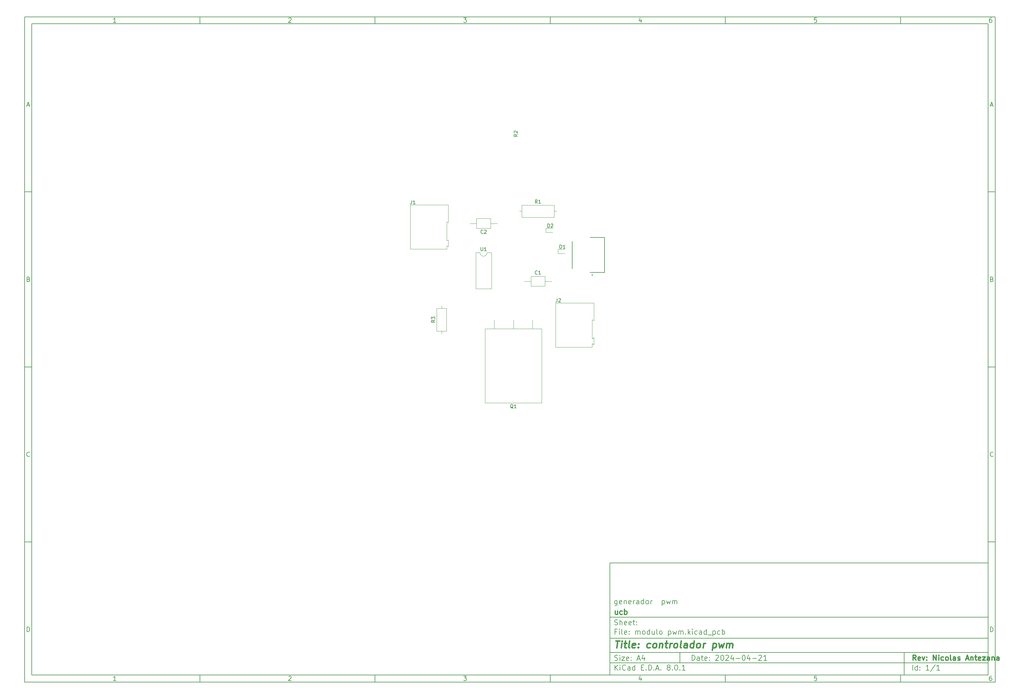
<source format=gbr>
%TF.GenerationSoftware,KiCad,Pcbnew,8.0.1*%
%TF.CreationDate,2024-04-21T23:09:34-04:00*%
%TF.ProjectId,modulo pwm,6d6f6475-6c6f-4207-9077-6d2e6b696361,Nicolas Antezana*%
%TF.SameCoordinates,Original*%
%TF.FileFunction,Legend,Top*%
%TF.FilePolarity,Positive*%
%FSLAX46Y46*%
G04 Gerber Fmt 4.6, Leading zero omitted, Abs format (unit mm)*
G04 Created by KiCad (PCBNEW 8.0.1) date 2024-04-21 23:09:34*
%MOMM*%
%LPD*%
G01*
G04 APERTURE LIST*
%ADD10C,0.100000*%
%ADD11C,0.150000*%
%ADD12C,0.300000*%
%ADD13C,0.400000*%
%ADD14C,0.120000*%
%ADD15C,0.200000*%
%ADD16C,0.127000*%
G04 APERTURE END LIST*
D10*
D11*
X177002200Y-166007200D02*
X285002200Y-166007200D01*
X285002200Y-198007200D01*
X177002200Y-198007200D01*
X177002200Y-166007200D01*
D10*
D11*
X10000000Y-10000000D02*
X287002200Y-10000000D01*
X287002200Y-200007200D01*
X10000000Y-200007200D01*
X10000000Y-10000000D01*
D10*
D11*
X12000000Y-12000000D02*
X285002200Y-12000000D01*
X285002200Y-198007200D01*
X12000000Y-198007200D01*
X12000000Y-12000000D01*
D10*
D11*
X60000000Y-12000000D02*
X60000000Y-10000000D01*
D10*
D11*
X110000000Y-12000000D02*
X110000000Y-10000000D01*
D10*
D11*
X160000000Y-12000000D02*
X160000000Y-10000000D01*
D10*
D11*
X210000000Y-12000000D02*
X210000000Y-10000000D01*
D10*
D11*
X260000000Y-12000000D02*
X260000000Y-10000000D01*
D10*
D11*
X36089160Y-11593604D02*
X35346303Y-11593604D01*
X35717731Y-11593604D02*
X35717731Y-10293604D01*
X35717731Y-10293604D02*
X35593922Y-10479319D01*
X35593922Y-10479319D02*
X35470112Y-10603128D01*
X35470112Y-10603128D02*
X35346303Y-10665033D01*
D10*
D11*
X85346303Y-10417414D02*
X85408207Y-10355509D01*
X85408207Y-10355509D02*
X85532017Y-10293604D01*
X85532017Y-10293604D02*
X85841541Y-10293604D01*
X85841541Y-10293604D02*
X85965350Y-10355509D01*
X85965350Y-10355509D02*
X86027255Y-10417414D01*
X86027255Y-10417414D02*
X86089160Y-10541223D01*
X86089160Y-10541223D02*
X86089160Y-10665033D01*
X86089160Y-10665033D02*
X86027255Y-10850747D01*
X86027255Y-10850747D02*
X85284398Y-11593604D01*
X85284398Y-11593604D02*
X86089160Y-11593604D01*
D10*
D11*
X135284398Y-10293604D02*
X136089160Y-10293604D01*
X136089160Y-10293604D02*
X135655826Y-10788842D01*
X135655826Y-10788842D02*
X135841541Y-10788842D01*
X135841541Y-10788842D02*
X135965350Y-10850747D01*
X135965350Y-10850747D02*
X136027255Y-10912652D01*
X136027255Y-10912652D02*
X136089160Y-11036461D01*
X136089160Y-11036461D02*
X136089160Y-11345985D01*
X136089160Y-11345985D02*
X136027255Y-11469795D01*
X136027255Y-11469795D02*
X135965350Y-11531700D01*
X135965350Y-11531700D02*
X135841541Y-11593604D01*
X135841541Y-11593604D02*
X135470112Y-11593604D01*
X135470112Y-11593604D02*
X135346303Y-11531700D01*
X135346303Y-11531700D02*
X135284398Y-11469795D01*
D10*
D11*
X185965350Y-10726938D02*
X185965350Y-11593604D01*
X185655826Y-10231700D02*
X185346303Y-11160271D01*
X185346303Y-11160271D02*
X186151064Y-11160271D01*
D10*
D11*
X236027255Y-10293604D02*
X235408207Y-10293604D01*
X235408207Y-10293604D02*
X235346303Y-10912652D01*
X235346303Y-10912652D02*
X235408207Y-10850747D01*
X235408207Y-10850747D02*
X235532017Y-10788842D01*
X235532017Y-10788842D02*
X235841541Y-10788842D01*
X235841541Y-10788842D02*
X235965350Y-10850747D01*
X235965350Y-10850747D02*
X236027255Y-10912652D01*
X236027255Y-10912652D02*
X236089160Y-11036461D01*
X236089160Y-11036461D02*
X236089160Y-11345985D01*
X236089160Y-11345985D02*
X236027255Y-11469795D01*
X236027255Y-11469795D02*
X235965350Y-11531700D01*
X235965350Y-11531700D02*
X235841541Y-11593604D01*
X235841541Y-11593604D02*
X235532017Y-11593604D01*
X235532017Y-11593604D02*
X235408207Y-11531700D01*
X235408207Y-11531700D02*
X235346303Y-11469795D01*
D10*
D11*
X285965350Y-10293604D02*
X285717731Y-10293604D01*
X285717731Y-10293604D02*
X285593922Y-10355509D01*
X285593922Y-10355509D02*
X285532017Y-10417414D01*
X285532017Y-10417414D02*
X285408207Y-10603128D01*
X285408207Y-10603128D02*
X285346303Y-10850747D01*
X285346303Y-10850747D02*
X285346303Y-11345985D01*
X285346303Y-11345985D02*
X285408207Y-11469795D01*
X285408207Y-11469795D02*
X285470112Y-11531700D01*
X285470112Y-11531700D02*
X285593922Y-11593604D01*
X285593922Y-11593604D02*
X285841541Y-11593604D01*
X285841541Y-11593604D02*
X285965350Y-11531700D01*
X285965350Y-11531700D02*
X286027255Y-11469795D01*
X286027255Y-11469795D02*
X286089160Y-11345985D01*
X286089160Y-11345985D02*
X286089160Y-11036461D01*
X286089160Y-11036461D02*
X286027255Y-10912652D01*
X286027255Y-10912652D02*
X285965350Y-10850747D01*
X285965350Y-10850747D02*
X285841541Y-10788842D01*
X285841541Y-10788842D02*
X285593922Y-10788842D01*
X285593922Y-10788842D02*
X285470112Y-10850747D01*
X285470112Y-10850747D02*
X285408207Y-10912652D01*
X285408207Y-10912652D02*
X285346303Y-11036461D01*
D10*
D11*
X60000000Y-198007200D02*
X60000000Y-200007200D01*
D10*
D11*
X110000000Y-198007200D02*
X110000000Y-200007200D01*
D10*
D11*
X160000000Y-198007200D02*
X160000000Y-200007200D01*
D10*
D11*
X210000000Y-198007200D02*
X210000000Y-200007200D01*
D10*
D11*
X260000000Y-198007200D02*
X260000000Y-200007200D01*
D10*
D11*
X36089160Y-199600804D02*
X35346303Y-199600804D01*
X35717731Y-199600804D02*
X35717731Y-198300804D01*
X35717731Y-198300804D02*
X35593922Y-198486519D01*
X35593922Y-198486519D02*
X35470112Y-198610328D01*
X35470112Y-198610328D02*
X35346303Y-198672233D01*
D10*
D11*
X85346303Y-198424614D02*
X85408207Y-198362709D01*
X85408207Y-198362709D02*
X85532017Y-198300804D01*
X85532017Y-198300804D02*
X85841541Y-198300804D01*
X85841541Y-198300804D02*
X85965350Y-198362709D01*
X85965350Y-198362709D02*
X86027255Y-198424614D01*
X86027255Y-198424614D02*
X86089160Y-198548423D01*
X86089160Y-198548423D02*
X86089160Y-198672233D01*
X86089160Y-198672233D02*
X86027255Y-198857947D01*
X86027255Y-198857947D02*
X85284398Y-199600804D01*
X85284398Y-199600804D02*
X86089160Y-199600804D01*
D10*
D11*
X135284398Y-198300804D02*
X136089160Y-198300804D01*
X136089160Y-198300804D02*
X135655826Y-198796042D01*
X135655826Y-198796042D02*
X135841541Y-198796042D01*
X135841541Y-198796042D02*
X135965350Y-198857947D01*
X135965350Y-198857947D02*
X136027255Y-198919852D01*
X136027255Y-198919852D02*
X136089160Y-199043661D01*
X136089160Y-199043661D02*
X136089160Y-199353185D01*
X136089160Y-199353185D02*
X136027255Y-199476995D01*
X136027255Y-199476995D02*
X135965350Y-199538900D01*
X135965350Y-199538900D02*
X135841541Y-199600804D01*
X135841541Y-199600804D02*
X135470112Y-199600804D01*
X135470112Y-199600804D02*
X135346303Y-199538900D01*
X135346303Y-199538900D02*
X135284398Y-199476995D01*
D10*
D11*
X185965350Y-198734138D02*
X185965350Y-199600804D01*
X185655826Y-198238900D02*
X185346303Y-199167471D01*
X185346303Y-199167471D02*
X186151064Y-199167471D01*
D10*
D11*
X236027255Y-198300804D02*
X235408207Y-198300804D01*
X235408207Y-198300804D02*
X235346303Y-198919852D01*
X235346303Y-198919852D02*
X235408207Y-198857947D01*
X235408207Y-198857947D02*
X235532017Y-198796042D01*
X235532017Y-198796042D02*
X235841541Y-198796042D01*
X235841541Y-198796042D02*
X235965350Y-198857947D01*
X235965350Y-198857947D02*
X236027255Y-198919852D01*
X236027255Y-198919852D02*
X236089160Y-199043661D01*
X236089160Y-199043661D02*
X236089160Y-199353185D01*
X236089160Y-199353185D02*
X236027255Y-199476995D01*
X236027255Y-199476995D02*
X235965350Y-199538900D01*
X235965350Y-199538900D02*
X235841541Y-199600804D01*
X235841541Y-199600804D02*
X235532017Y-199600804D01*
X235532017Y-199600804D02*
X235408207Y-199538900D01*
X235408207Y-199538900D02*
X235346303Y-199476995D01*
D10*
D11*
X285965350Y-198300804D02*
X285717731Y-198300804D01*
X285717731Y-198300804D02*
X285593922Y-198362709D01*
X285593922Y-198362709D02*
X285532017Y-198424614D01*
X285532017Y-198424614D02*
X285408207Y-198610328D01*
X285408207Y-198610328D02*
X285346303Y-198857947D01*
X285346303Y-198857947D02*
X285346303Y-199353185D01*
X285346303Y-199353185D02*
X285408207Y-199476995D01*
X285408207Y-199476995D02*
X285470112Y-199538900D01*
X285470112Y-199538900D02*
X285593922Y-199600804D01*
X285593922Y-199600804D02*
X285841541Y-199600804D01*
X285841541Y-199600804D02*
X285965350Y-199538900D01*
X285965350Y-199538900D02*
X286027255Y-199476995D01*
X286027255Y-199476995D02*
X286089160Y-199353185D01*
X286089160Y-199353185D02*
X286089160Y-199043661D01*
X286089160Y-199043661D02*
X286027255Y-198919852D01*
X286027255Y-198919852D02*
X285965350Y-198857947D01*
X285965350Y-198857947D02*
X285841541Y-198796042D01*
X285841541Y-198796042D02*
X285593922Y-198796042D01*
X285593922Y-198796042D02*
X285470112Y-198857947D01*
X285470112Y-198857947D02*
X285408207Y-198919852D01*
X285408207Y-198919852D02*
X285346303Y-199043661D01*
D10*
D11*
X10000000Y-60000000D02*
X12000000Y-60000000D01*
D10*
D11*
X10000000Y-110000000D02*
X12000000Y-110000000D01*
D10*
D11*
X10000000Y-160000000D02*
X12000000Y-160000000D01*
D10*
D11*
X10690476Y-35222176D02*
X11309523Y-35222176D01*
X10566666Y-35593604D02*
X10999999Y-34293604D01*
X10999999Y-34293604D02*
X11433333Y-35593604D01*
D10*
D11*
X11092857Y-84912652D02*
X11278571Y-84974557D01*
X11278571Y-84974557D02*
X11340476Y-85036461D01*
X11340476Y-85036461D02*
X11402380Y-85160271D01*
X11402380Y-85160271D02*
X11402380Y-85345985D01*
X11402380Y-85345985D02*
X11340476Y-85469795D01*
X11340476Y-85469795D02*
X11278571Y-85531700D01*
X11278571Y-85531700D02*
X11154761Y-85593604D01*
X11154761Y-85593604D02*
X10659523Y-85593604D01*
X10659523Y-85593604D02*
X10659523Y-84293604D01*
X10659523Y-84293604D02*
X11092857Y-84293604D01*
X11092857Y-84293604D02*
X11216666Y-84355509D01*
X11216666Y-84355509D02*
X11278571Y-84417414D01*
X11278571Y-84417414D02*
X11340476Y-84541223D01*
X11340476Y-84541223D02*
X11340476Y-84665033D01*
X11340476Y-84665033D02*
X11278571Y-84788842D01*
X11278571Y-84788842D02*
X11216666Y-84850747D01*
X11216666Y-84850747D02*
X11092857Y-84912652D01*
X11092857Y-84912652D02*
X10659523Y-84912652D01*
D10*
D11*
X11402380Y-135469795D02*
X11340476Y-135531700D01*
X11340476Y-135531700D02*
X11154761Y-135593604D01*
X11154761Y-135593604D02*
X11030952Y-135593604D01*
X11030952Y-135593604D02*
X10845238Y-135531700D01*
X10845238Y-135531700D02*
X10721428Y-135407890D01*
X10721428Y-135407890D02*
X10659523Y-135284080D01*
X10659523Y-135284080D02*
X10597619Y-135036461D01*
X10597619Y-135036461D02*
X10597619Y-134850747D01*
X10597619Y-134850747D02*
X10659523Y-134603128D01*
X10659523Y-134603128D02*
X10721428Y-134479319D01*
X10721428Y-134479319D02*
X10845238Y-134355509D01*
X10845238Y-134355509D02*
X11030952Y-134293604D01*
X11030952Y-134293604D02*
X11154761Y-134293604D01*
X11154761Y-134293604D02*
X11340476Y-134355509D01*
X11340476Y-134355509D02*
X11402380Y-134417414D01*
D10*
D11*
X10659523Y-185593604D02*
X10659523Y-184293604D01*
X10659523Y-184293604D02*
X10969047Y-184293604D01*
X10969047Y-184293604D02*
X11154761Y-184355509D01*
X11154761Y-184355509D02*
X11278571Y-184479319D01*
X11278571Y-184479319D02*
X11340476Y-184603128D01*
X11340476Y-184603128D02*
X11402380Y-184850747D01*
X11402380Y-184850747D02*
X11402380Y-185036461D01*
X11402380Y-185036461D02*
X11340476Y-185284080D01*
X11340476Y-185284080D02*
X11278571Y-185407890D01*
X11278571Y-185407890D02*
X11154761Y-185531700D01*
X11154761Y-185531700D02*
X10969047Y-185593604D01*
X10969047Y-185593604D02*
X10659523Y-185593604D01*
D10*
D11*
X287002200Y-60000000D02*
X285002200Y-60000000D01*
D10*
D11*
X287002200Y-110000000D02*
X285002200Y-110000000D01*
D10*
D11*
X287002200Y-160000000D02*
X285002200Y-160000000D01*
D10*
D11*
X285692676Y-35222176D02*
X286311723Y-35222176D01*
X285568866Y-35593604D02*
X286002199Y-34293604D01*
X286002199Y-34293604D02*
X286435533Y-35593604D01*
D10*
D11*
X286095057Y-84912652D02*
X286280771Y-84974557D01*
X286280771Y-84974557D02*
X286342676Y-85036461D01*
X286342676Y-85036461D02*
X286404580Y-85160271D01*
X286404580Y-85160271D02*
X286404580Y-85345985D01*
X286404580Y-85345985D02*
X286342676Y-85469795D01*
X286342676Y-85469795D02*
X286280771Y-85531700D01*
X286280771Y-85531700D02*
X286156961Y-85593604D01*
X286156961Y-85593604D02*
X285661723Y-85593604D01*
X285661723Y-85593604D02*
X285661723Y-84293604D01*
X285661723Y-84293604D02*
X286095057Y-84293604D01*
X286095057Y-84293604D02*
X286218866Y-84355509D01*
X286218866Y-84355509D02*
X286280771Y-84417414D01*
X286280771Y-84417414D02*
X286342676Y-84541223D01*
X286342676Y-84541223D02*
X286342676Y-84665033D01*
X286342676Y-84665033D02*
X286280771Y-84788842D01*
X286280771Y-84788842D02*
X286218866Y-84850747D01*
X286218866Y-84850747D02*
X286095057Y-84912652D01*
X286095057Y-84912652D02*
X285661723Y-84912652D01*
D10*
D11*
X286404580Y-135469795D02*
X286342676Y-135531700D01*
X286342676Y-135531700D02*
X286156961Y-135593604D01*
X286156961Y-135593604D02*
X286033152Y-135593604D01*
X286033152Y-135593604D02*
X285847438Y-135531700D01*
X285847438Y-135531700D02*
X285723628Y-135407890D01*
X285723628Y-135407890D02*
X285661723Y-135284080D01*
X285661723Y-135284080D02*
X285599819Y-135036461D01*
X285599819Y-135036461D02*
X285599819Y-134850747D01*
X285599819Y-134850747D02*
X285661723Y-134603128D01*
X285661723Y-134603128D02*
X285723628Y-134479319D01*
X285723628Y-134479319D02*
X285847438Y-134355509D01*
X285847438Y-134355509D02*
X286033152Y-134293604D01*
X286033152Y-134293604D02*
X286156961Y-134293604D01*
X286156961Y-134293604D02*
X286342676Y-134355509D01*
X286342676Y-134355509D02*
X286404580Y-134417414D01*
D10*
D11*
X285661723Y-185593604D02*
X285661723Y-184293604D01*
X285661723Y-184293604D02*
X285971247Y-184293604D01*
X285971247Y-184293604D02*
X286156961Y-184355509D01*
X286156961Y-184355509D02*
X286280771Y-184479319D01*
X286280771Y-184479319D02*
X286342676Y-184603128D01*
X286342676Y-184603128D02*
X286404580Y-184850747D01*
X286404580Y-184850747D02*
X286404580Y-185036461D01*
X286404580Y-185036461D02*
X286342676Y-185284080D01*
X286342676Y-185284080D02*
X286280771Y-185407890D01*
X286280771Y-185407890D02*
X286156961Y-185531700D01*
X286156961Y-185531700D02*
X285971247Y-185593604D01*
X285971247Y-185593604D02*
X285661723Y-185593604D01*
D10*
D11*
X200458026Y-193793328D02*
X200458026Y-192293328D01*
X200458026Y-192293328D02*
X200815169Y-192293328D01*
X200815169Y-192293328D02*
X201029455Y-192364757D01*
X201029455Y-192364757D02*
X201172312Y-192507614D01*
X201172312Y-192507614D02*
X201243741Y-192650471D01*
X201243741Y-192650471D02*
X201315169Y-192936185D01*
X201315169Y-192936185D02*
X201315169Y-193150471D01*
X201315169Y-193150471D02*
X201243741Y-193436185D01*
X201243741Y-193436185D02*
X201172312Y-193579042D01*
X201172312Y-193579042D02*
X201029455Y-193721900D01*
X201029455Y-193721900D02*
X200815169Y-193793328D01*
X200815169Y-193793328D02*
X200458026Y-193793328D01*
X202600884Y-193793328D02*
X202600884Y-193007614D01*
X202600884Y-193007614D02*
X202529455Y-192864757D01*
X202529455Y-192864757D02*
X202386598Y-192793328D01*
X202386598Y-192793328D02*
X202100884Y-192793328D01*
X202100884Y-192793328D02*
X201958026Y-192864757D01*
X202600884Y-193721900D02*
X202458026Y-193793328D01*
X202458026Y-193793328D02*
X202100884Y-193793328D01*
X202100884Y-193793328D02*
X201958026Y-193721900D01*
X201958026Y-193721900D02*
X201886598Y-193579042D01*
X201886598Y-193579042D02*
X201886598Y-193436185D01*
X201886598Y-193436185D02*
X201958026Y-193293328D01*
X201958026Y-193293328D02*
X202100884Y-193221900D01*
X202100884Y-193221900D02*
X202458026Y-193221900D01*
X202458026Y-193221900D02*
X202600884Y-193150471D01*
X203100884Y-192793328D02*
X203672312Y-192793328D01*
X203315169Y-192293328D02*
X203315169Y-193579042D01*
X203315169Y-193579042D02*
X203386598Y-193721900D01*
X203386598Y-193721900D02*
X203529455Y-193793328D01*
X203529455Y-193793328D02*
X203672312Y-193793328D01*
X204743741Y-193721900D02*
X204600884Y-193793328D01*
X204600884Y-193793328D02*
X204315170Y-193793328D01*
X204315170Y-193793328D02*
X204172312Y-193721900D01*
X204172312Y-193721900D02*
X204100884Y-193579042D01*
X204100884Y-193579042D02*
X204100884Y-193007614D01*
X204100884Y-193007614D02*
X204172312Y-192864757D01*
X204172312Y-192864757D02*
X204315170Y-192793328D01*
X204315170Y-192793328D02*
X204600884Y-192793328D01*
X204600884Y-192793328D02*
X204743741Y-192864757D01*
X204743741Y-192864757D02*
X204815170Y-193007614D01*
X204815170Y-193007614D02*
X204815170Y-193150471D01*
X204815170Y-193150471D02*
X204100884Y-193293328D01*
X205458026Y-193650471D02*
X205529455Y-193721900D01*
X205529455Y-193721900D02*
X205458026Y-193793328D01*
X205458026Y-193793328D02*
X205386598Y-193721900D01*
X205386598Y-193721900D02*
X205458026Y-193650471D01*
X205458026Y-193650471D02*
X205458026Y-193793328D01*
X205458026Y-192864757D02*
X205529455Y-192936185D01*
X205529455Y-192936185D02*
X205458026Y-193007614D01*
X205458026Y-193007614D02*
X205386598Y-192936185D01*
X205386598Y-192936185D02*
X205458026Y-192864757D01*
X205458026Y-192864757D02*
X205458026Y-193007614D01*
X207243741Y-192436185D02*
X207315169Y-192364757D01*
X207315169Y-192364757D02*
X207458027Y-192293328D01*
X207458027Y-192293328D02*
X207815169Y-192293328D01*
X207815169Y-192293328D02*
X207958027Y-192364757D01*
X207958027Y-192364757D02*
X208029455Y-192436185D01*
X208029455Y-192436185D02*
X208100884Y-192579042D01*
X208100884Y-192579042D02*
X208100884Y-192721900D01*
X208100884Y-192721900D02*
X208029455Y-192936185D01*
X208029455Y-192936185D02*
X207172312Y-193793328D01*
X207172312Y-193793328D02*
X208100884Y-193793328D01*
X209029455Y-192293328D02*
X209172312Y-192293328D01*
X209172312Y-192293328D02*
X209315169Y-192364757D01*
X209315169Y-192364757D02*
X209386598Y-192436185D01*
X209386598Y-192436185D02*
X209458026Y-192579042D01*
X209458026Y-192579042D02*
X209529455Y-192864757D01*
X209529455Y-192864757D02*
X209529455Y-193221900D01*
X209529455Y-193221900D02*
X209458026Y-193507614D01*
X209458026Y-193507614D02*
X209386598Y-193650471D01*
X209386598Y-193650471D02*
X209315169Y-193721900D01*
X209315169Y-193721900D02*
X209172312Y-193793328D01*
X209172312Y-193793328D02*
X209029455Y-193793328D01*
X209029455Y-193793328D02*
X208886598Y-193721900D01*
X208886598Y-193721900D02*
X208815169Y-193650471D01*
X208815169Y-193650471D02*
X208743740Y-193507614D01*
X208743740Y-193507614D02*
X208672312Y-193221900D01*
X208672312Y-193221900D02*
X208672312Y-192864757D01*
X208672312Y-192864757D02*
X208743740Y-192579042D01*
X208743740Y-192579042D02*
X208815169Y-192436185D01*
X208815169Y-192436185D02*
X208886598Y-192364757D01*
X208886598Y-192364757D02*
X209029455Y-192293328D01*
X210100883Y-192436185D02*
X210172311Y-192364757D01*
X210172311Y-192364757D02*
X210315169Y-192293328D01*
X210315169Y-192293328D02*
X210672311Y-192293328D01*
X210672311Y-192293328D02*
X210815169Y-192364757D01*
X210815169Y-192364757D02*
X210886597Y-192436185D01*
X210886597Y-192436185D02*
X210958026Y-192579042D01*
X210958026Y-192579042D02*
X210958026Y-192721900D01*
X210958026Y-192721900D02*
X210886597Y-192936185D01*
X210886597Y-192936185D02*
X210029454Y-193793328D01*
X210029454Y-193793328D02*
X210958026Y-193793328D01*
X212243740Y-192793328D02*
X212243740Y-193793328D01*
X211886597Y-192221900D02*
X211529454Y-193293328D01*
X211529454Y-193293328D02*
X212458025Y-193293328D01*
X213029453Y-193221900D02*
X214172311Y-193221900D01*
X215172311Y-192293328D02*
X215315168Y-192293328D01*
X215315168Y-192293328D02*
X215458025Y-192364757D01*
X215458025Y-192364757D02*
X215529454Y-192436185D01*
X215529454Y-192436185D02*
X215600882Y-192579042D01*
X215600882Y-192579042D02*
X215672311Y-192864757D01*
X215672311Y-192864757D02*
X215672311Y-193221900D01*
X215672311Y-193221900D02*
X215600882Y-193507614D01*
X215600882Y-193507614D02*
X215529454Y-193650471D01*
X215529454Y-193650471D02*
X215458025Y-193721900D01*
X215458025Y-193721900D02*
X215315168Y-193793328D01*
X215315168Y-193793328D02*
X215172311Y-193793328D01*
X215172311Y-193793328D02*
X215029454Y-193721900D01*
X215029454Y-193721900D02*
X214958025Y-193650471D01*
X214958025Y-193650471D02*
X214886596Y-193507614D01*
X214886596Y-193507614D02*
X214815168Y-193221900D01*
X214815168Y-193221900D02*
X214815168Y-192864757D01*
X214815168Y-192864757D02*
X214886596Y-192579042D01*
X214886596Y-192579042D02*
X214958025Y-192436185D01*
X214958025Y-192436185D02*
X215029454Y-192364757D01*
X215029454Y-192364757D02*
X215172311Y-192293328D01*
X216958025Y-192793328D02*
X216958025Y-193793328D01*
X216600882Y-192221900D02*
X216243739Y-193293328D01*
X216243739Y-193293328D02*
X217172310Y-193293328D01*
X217743738Y-193221900D02*
X218886596Y-193221900D01*
X219529453Y-192436185D02*
X219600881Y-192364757D01*
X219600881Y-192364757D02*
X219743739Y-192293328D01*
X219743739Y-192293328D02*
X220100881Y-192293328D01*
X220100881Y-192293328D02*
X220243739Y-192364757D01*
X220243739Y-192364757D02*
X220315167Y-192436185D01*
X220315167Y-192436185D02*
X220386596Y-192579042D01*
X220386596Y-192579042D02*
X220386596Y-192721900D01*
X220386596Y-192721900D02*
X220315167Y-192936185D01*
X220315167Y-192936185D02*
X219458024Y-193793328D01*
X219458024Y-193793328D02*
X220386596Y-193793328D01*
X221815167Y-193793328D02*
X220958024Y-193793328D01*
X221386595Y-193793328D02*
X221386595Y-192293328D01*
X221386595Y-192293328D02*
X221243738Y-192507614D01*
X221243738Y-192507614D02*
X221100881Y-192650471D01*
X221100881Y-192650471D02*
X220958024Y-192721900D01*
D10*
D11*
X177002200Y-194507200D02*
X285002200Y-194507200D01*
D10*
D11*
X178458026Y-196593328D02*
X178458026Y-195093328D01*
X179315169Y-196593328D02*
X178672312Y-195736185D01*
X179315169Y-195093328D02*
X178458026Y-195950471D01*
X179958026Y-196593328D02*
X179958026Y-195593328D01*
X179958026Y-195093328D02*
X179886598Y-195164757D01*
X179886598Y-195164757D02*
X179958026Y-195236185D01*
X179958026Y-195236185D02*
X180029455Y-195164757D01*
X180029455Y-195164757D02*
X179958026Y-195093328D01*
X179958026Y-195093328D02*
X179958026Y-195236185D01*
X181529455Y-196450471D02*
X181458027Y-196521900D01*
X181458027Y-196521900D02*
X181243741Y-196593328D01*
X181243741Y-196593328D02*
X181100884Y-196593328D01*
X181100884Y-196593328D02*
X180886598Y-196521900D01*
X180886598Y-196521900D02*
X180743741Y-196379042D01*
X180743741Y-196379042D02*
X180672312Y-196236185D01*
X180672312Y-196236185D02*
X180600884Y-195950471D01*
X180600884Y-195950471D02*
X180600884Y-195736185D01*
X180600884Y-195736185D02*
X180672312Y-195450471D01*
X180672312Y-195450471D02*
X180743741Y-195307614D01*
X180743741Y-195307614D02*
X180886598Y-195164757D01*
X180886598Y-195164757D02*
X181100884Y-195093328D01*
X181100884Y-195093328D02*
X181243741Y-195093328D01*
X181243741Y-195093328D02*
X181458027Y-195164757D01*
X181458027Y-195164757D02*
X181529455Y-195236185D01*
X182815170Y-196593328D02*
X182815170Y-195807614D01*
X182815170Y-195807614D02*
X182743741Y-195664757D01*
X182743741Y-195664757D02*
X182600884Y-195593328D01*
X182600884Y-195593328D02*
X182315170Y-195593328D01*
X182315170Y-195593328D02*
X182172312Y-195664757D01*
X182815170Y-196521900D02*
X182672312Y-196593328D01*
X182672312Y-196593328D02*
X182315170Y-196593328D01*
X182315170Y-196593328D02*
X182172312Y-196521900D01*
X182172312Y-196521900D02*
X182100884Y-196379042D01*
X182100884Y-196379042D02*
X182100884Y-196236185D01*
X182100884Y-196236185D02*
X182172312Y-196093328D01*
X182172312Y-196093328D02*
X182315170Y-196021900D01*
X182315170Y-196021900D02*
X182672312Y-196021900D01*
X182672312Y-196021900D02*
X182815170Y-195950471D01*
X184172313Y-196593328D02*
X184172313Y-195093328D01*
X184172313Y-196521900D02*
X184029455Y-196593328D01*
X184029455Y-196593328D02*
X183743741Y-196593328D01*
X183743741Y-196593328D02*
X183600884Y-196521900D01*
X183600884Y-196521900D02*
X183529455Y-196450471D01*
X183529455Y-196450471D02*
X183458027Y-196307614D01*
X183458027Y-196307614D02*
X183458027Y-195879042D01*
X183458027Y-195879042D02*
X183529455Y-195736185D01*
X183529455Y-195736185D02*
X183600884Y-195664757D01*
X183600884Y-195664757D02*
X183743741Y-195593328D01*
X183743741Y-195593328D02*
X184029455Y-195593328D01*
X184029455Y-195593328D02*
X184172313Y-195664757D01*
X186029455Y-195807614D02*
X186529455Y-195807614D01*
X186743741Y-196593328D02*
X186029455Y-196593328D01*
X186029455Y-196593328D02*
X186029455Y-195093328D01*
X186029455Y-195093328D02*
X186743741Y-195093328D01*
X187386598Y-196450471D02*
X187458027Y-196521900D01*
X187458027Y-196521900D02*
X187386598Y-196593328D01*
X187386598Y-196593328D02*
X187315170Y-196521900D01*
X187315170Y-196521900D02*
X187386598Y-196450471D01*
X187386598Y-196450471D02*
X187386598Y-196593328D01*
X188100884Y-196593328D02*
X188100884Y-195093328D01*
X188100884Y-195093328D02*
X188458027Y-195093328D01*
X188458027Y-195093328D02*
X188672313Y-195164757D01*
X188672313Y-195164757D02*
X188815170Y-195307614D01*
X188815170Y-195307614D02*
X188886599Y-195450471D01*
X188886599Y-195450471D02*
X188958027Y-195736185D01*
X188958027Y-195736185D02*
X188958027Y-195950471D01*
X188958027Y-195950471D02*
X188886599Y-196236185D01*
X188886599Y-196236185D02*
X188815170Y-196379042D01*
X188815170Y-196379042D02*
X188672313Y-196521900D01*
X188672313Y-196521900D02*
X188458027Y-196593328D01*
X188458027Y-196593328D02*
X188100884Y-196593328D01*
X189600884Y-196450471D02*
X189672313Y-196521900D01*
X189672313Y-196521900D02*
X189600884Y-196593328D01*
X189600884Y-196593328D02*
X189529456Y-196521900D01*
X189529456Y-196521900D02*
X189600884Y-196450471D01*
X189600884Y-196450471D02*
X189600884Y-196593328D01*
X190243742Y-196164757D02*
X190958028Y-196164757D01*
X190100885Y-196593328D02*
X190600885Y-195093328D01*
X190600885Y-195093328D02*
X191100885Y-196593328D01*
X191600884Y-196450471D02*
X191672313Y-196521900D01*
X191672313Y-196521900D02*
X191600884Y-196593328D01*
X191600884Y-196593328D02*
X191529456Y-196521900D01*
X191529456Y-196521900D02*
X191600884Y-196450471D01*
X191600884Y-196450471D02*
X191600884Y-196593328D01*
X193672313Y-195736185D02*
X193529456Y-195664757D01*
X193529456Y-195664757D02*
X193458027Y-195593328D01*
X193458027Y-195593328D02*
X193386599Y-195450471D01*
X193386599Y-195450471D02*
X193386599Y-195379042D01*
X193386599Y-195379042D02*
X193458027Y-195236185D01*
X193458027Y-195236185D02*
X193529456Y-195164757D01*
X193529456Y-195164757D02*
X193672313Y-195093328D01*
X193672313Y-195093328D02*
X193958027Y-195093328D01*
X193958027Y-195093328D02*
X194100885Y-195164757D01*
X194100885Y-195164757D02*
X194172313Y-195236185D01*
X194172313Y-195236185D02*
X194243742Y-195379042D01*
X194243742Y-195379042D02*
X194243742Y-195450471D01*
X194243742Y-195450471D02*
X194172313Y-195593328D01*
X194172313Y-195593328D02*
X194100885Y-195664757D01*
X194100885Y-195664757D02*
X193958027Y-195736185D01*
X193958027Y-195736185D02*
X193672313Y-195736185D01*
X193672313Y-195736185D02*
X193529456Y-195807614D01*
X193529456Y-195807614D02*
X193458027Y-195879042D01*
X193458027Y-195879042D02*
X193386599Y-196021900D01*
X193386599Y-196021900D02*
X193386599Y-196307614D01*
X193386599Y-196307614D02*
X193458027Y-196450471D01*
X193458027Y-196450471D02*
X193529456Y-196521900D01*
X193529456Y-196521900D02*
X193672313Y-196593328D01*
X193672313Y-196593328D02*
X193958027Y-196593328D01*
X193958027Y-196593328D02*
X194100885Y-196521900D01*
X194100885Y-196521900D02*
X194172313Y-196450471D01*
X194172313Y-196450471D02*
X194243742Y-196307614D01*
X194243742Y-196307614D02*
X194243742Y-196021900D01*
X194243742Y-196021900D02*
X194172313Y-195879042D01*
X194172313Y-195879042D02*
X194100885Y-195807614D01*
X194100885Y-195807614D02*
X193958027Y-195736185D01*
X194886598Y-196450471D02*
X194958027Y-196521900D01*
X194958027Y-196521900D02*
X194886598Y-196593328D01*
X194886598Y-196593328D02*
X194815170Y-196521900D01*
X194815170Y-196521900D02*
X194886598Y-196450471D01*
X194886598Y-196450471D02*
X194886598Y-196593328D01*
X195886599Y-195093328D02*
X196029456Y-195093328D01*
X196029456Y-195093328D02*
X196172313Y-195164757D01*
X196172313Y-195164757D02*
X196243742Y-195236185D01*
X196243742Y-195236185D02*
X196315170Y-195379042D01*
X196315170Y-195379042D02*
X196386599Y-195664757D01*
X196386599Y-195664757D02*
X196386599Y-196021900D01*
X196386599Y-196021900D02*
X196315170Y-196307614D01*
X196315170Y-196307614D02*
X196243742Y-196450471D01*
X196243742Y-196450471D02*
X196172313Y-196521900D01*
X196172313Y-196521900D02*
X196029456Y-196593328D01*
X196029456Y-196593328D02*
X195886599Y-196593328D01*
X195886599Y-196593328D02*
X195743742Y-196521900D01*
X195743742Y-196521900D02*
X195672313Y-196450471D01*
X195672313Y-196450471D02*
X195600884Y-196307614D01*
X195600884Y-196307614D02*
X195529456Y-196021900D01*
X195529456Y-196021900D02*
X195529456Y-195664757D01*
X195529456Y-195664757D02*
X195600884Y-195379042D01*
X195600884Y-195379042D02*
X195672313Y-195236185D01*
X195672313Y-195236185D02*
X195743742Y-195164757D01*
X195743742Y-195164757D02*
X195886599Y-195093328D01*
X197029455Y-196450471D02*
X197100884Y-196521900D01*
X197100884Y-196521900D02*
X197029455Y-196593328D01*
X197029455Y-196593328D02*
X196958027Y-196521900D01*
X196958027Y-196521900D02*
X197029455Y-196450471D01*
X197029455Y-196450471D02*
X197029455Y-196593328D01*
X198529456Y-196593328D02*
X197672313Y-196593328D01*
X198100884Y-196593328D02*
X198100884Y-195093328D01*
X198100884Y-195093328D02*
X197958027Y-195307614D01*
X197958027Y-195307614D02*
X197815170Y-195450471D01*
X197815170Y-195450471D02*
X197672313Y-195521900D01*
D10*
D11*
X177002200Y-191507200D02*
X285002200Y-191507200D01*
D10*
D12*
X264413853Y-193785528D02*
X263913853Y-193071242D01*
X263556710Y-193785528D02*
X263556710Y-192285528D01*
X263556710Y-192285528D02*
X264128139Y-192285528D01*
X264128139Y-192285528D02*
X264270996Y-192356957D01*
X264270996Y-192356957D02*
X264342425Y-192428385D01*
X264342425Y-192428385D02*
X264413853Y-192571242D01*
X264413853Y-192571242D02*
X264413853Y-192785528D01*
X264413853Y-192785528D02*
X264342425Y-192928385D01*
X264342425Y-192928385D02*
X264270996Y-192999814D01*
X264270996Y-192999814D02*
X264128139Y-193071242D01*
X264128139Y-193071242D02*
X263556710Y-193071242D01*
X265628139Y-193714100D02*
X265485282Y-193785528D01*
X265485282Y-193785528D02*
X265199568Y-193785528D01*
X265199568Y-193785528D02*
X265056710Y-193714100D01*
X265056710Y-193714100D02*
X264985282Y-193571242D01*
X264985282Y-193571242D02*
X264985282Y-192999814D01*
X264985282Y-192999814D02*
X265056710Y-192856957D01*
X265056710Y-192856957D02*
X265199568Y-192785528D01*
X265199568Y-192785528D02*
X265485282Y-192785528D01*
X265485282Y-192785528D02*
X265628139Y-192856957D01*
X265628139Y-192856957D02*
X265699568Y-192999814D01*
X265699568Y-192999814D02*
X265699568Y-193142671D01*
X265699568Y-193142671D02*
X264985282Y-193285528D01*
X266199567Y-192785528D02*
X266556710Y-193785528D01*
X266556710Y-193785528D02*
X266913853Y-192785528D01*
X267485281Y-193642671D02*
X267556710Y-193714100D01*
X267556710Y-193714100D02*
X267485281Y-193785528D01*
X267485281Y-193785528D02*
X267413853Y-193714100D01*
X267413853Y-193714100D02*
X267485281Y-193642671D01*
X267485281Y-193642671D02*
X267485281Y-193785528D01*
X267485281Y-192856957D02*
X267556710Y-192928385D01*
X267556710Y-192928385D02*
X267485281Y-192999814D01*
X267485281Y-192999814D02*
X267413853Y-192928385D01*
X267413853Y-192928385D02*
X267485281Y-192856957D01*
X267485281Y-192856957D02*
X267485281Y-192999814D01*
X269342424Y-193785528D02*
X269342424Y-192285528D01*
X269342424Y-192285528D02*
X270199567Y-193785528D01*
X270199567Y-193785528D02*
X270199567Y-192285528D01*
X270913853Y-193785528D02*
X270913853Y-192785528D01*
X270913853Y-192285528D02*
X270842425Y-192356957D01*
X270842425Y-192356957D02*
X270913853Y-192428385D01*
X270913853Y-192428385D02*
X270985282Y-192356957D01*
X270985282Y-192356957D02*
X270913853Y-192285528D01*
X270913853Y-192285528D02*
X270913853Y-192428385D01*
X272270997Y-193714100D02*
X272128139Y-193785528D01*
X272128139Y-193785528D02*
X271842425Y-193785528D01*
X271842425Y-193785528D02*
X271699568Y-193714100D01*
X271699568Y-193714100D02*
X271628139Y-193642671D01*
X271628139Y-193642671D02*
X271556711Y-193499814D01*
X271556711Y-193499814D02*
X271556711Y-193071242D01*
X271556711Y-193071242D02*
X271628139Y-192928385D01*
X271628139Y-192928385D02*
X271699568Y-192856957D01*
X271699568Y-192856957D02*
X271842425Y-192785528D01*
X271842425Y-192785528D02*
X272128139Y-192785528D01*
X272128139Y-192785528D02*
X272270997Y-192856957D01*
X273128139Y-193785528D02*
X272985282Y-193714100D01*
X272985282Y-193714100D02*
X272913853Y-193642671D01*
X272913853Y-193642671D02*
X272842425Y-193499814D01*
X272842425Y-193499814D02*
X272842425Y-193071242D01*
X272842425Y-193071242D02*
X272913853Y-192928385D01*
X272913853Y-192928385D02*
X272985282Y-192856957D01*
X272985282Y-192856957D02*
X273128139Y-192785528D01*
X273128139Y-192785528D02*
X273342425Y-192785528D01*
X273342425Y-192785528D02*
X273485282Y-192856957D01*
X273485282Y-192856957D02*
X273556711Y-192928385D01*
X273556711Y-192928385D02*
X273628139Y-193071242D01*
X273628139Y-193071242D02*
X273628139Y-193499814D01*
X273628139Y-193499814D02*
X273556711Y-193642671D01*
X273556711Y-193642671D02*
X273485282Y-193714100D01*
X273485282Y-193714100D02*
X273342425Y-193785528D01*
X273342425Y-193785528D02*
X273128139Y-193785528D01*
X274485282Y-193785528D02*
X274342425Y-193714100D01*
X274342425Y-193714100D02*
X274270996Y-193571242D01*
X274270996Y-193571242D02*
X274270996Y-192285528D01*
X275699568Y-193785528D02*
X275699568Y-192999814D01*
X275699568Y-192999814D02*
X275628139Y-192856957D01*
X275628139Y-192856957D02*
X275485282Y-192785528D01*
X275485282Y-192785528D02*
X275199568Y-192785528D01*
X275199568Y-192785528D02*
X275056710Y-192856957D01*
X275699568Y-193714100D02*
X275556710Y-193785528D01*
X275556710Y-193785528D02*
X275199568Y-193785528D01*
X275199568Y-193785528D02*
X275056710Y-193714100D01*
X275056710Y-193714100D02*
X274985282Y-193571242D01*
X274985282Y-193571242D02*
X274985282Y-193428385D01*
X274985282Y-193428385D02*
X275056710Y-193285528D01*
X275056710Y-193285528D02*
X275199568Y-193214100D01*
X275199568Y-193214100D02*
X275556710Y-193214100D01*
X275556710Y-193214100D02*
X275699568Y-193142671D01*
X276342425Y-193714100D02*
X276485282Y-193785528D01*
X276485282Y-193785528D02*
X276770996Y-193785528D01*
X276770996Y-193785528D02*
X276913853Y-193714100D01*
X276913853Y-193714100D02*
X276985282Y-193571242D01*
X276985282Y-193571242D02*
X276985282Y-193499814D01*
X276985282Y-193499814D02*
X276913853Y-193356957D01*
X276913853Y-193356957D02*
X276770996Y-193285528D01*
X276770996Y-193285528D02*
X276556711Y-193285528D01*
X276556711Y-193285528D02*
X276413853Y-193214100D01*
X276413853Y-193214100D02*
X276342425Y-193071242D01*
X276342425Y-193071242D02*
X276342425Y-192999814D01*
X276342425Y-192999814D02*
X276413853Y-192856957D01*
X276413853Y-192856957D02*
X276556711Y-192785528D01*
X276556711Y-192785528D02*
X276770996Y-192785528D01*
X276770996Y-192785528D02*
X276913853Y-192856957D01*
X278699568Y-193356957D02*
X279413854Y-193356957D01*
X278556711Y-193785528D02*
X279056711Y-192285528D01*
X279056711Y-192285528D02*
X279556711Y-193785528D01*
X280056710Y-192785528D02*
X280056710Y-193785528D01*
X280056710Y-192928385D02*
X280128139Y-192856957D01*
X280128139Y-192856957D02*
X280270996Y-192785528D01*
X280270996Y-192785528D02*
X280485282Y-192785528D01*
X280485282Y-192785528D02*
X280628139Y-192856957D01*
X280628139Y-192856957D02*
X280699568Y-192999814D01*
X280699568Y-192999814D02*
X280699568Y-193785528D01*
X281199568Y-192785528D02*
X281770996Y-192785528D01*
X281413853Y-192285528D02*
X281413853Y-193571242D01*
X281413853Y-193571242D02*
X281485282Y-193714100D01*
X281485282Y-193714100D02*
X281628139Y-193785528D01*
X281628139Y-193785528D02*
X281770996Y-193785528D01*
X282842425Y-193714100D02*
X282699568Y-193785528D01*
X282699568Y-193785528D02*
X282413854Y-193785528D01*
X282413854Y-193785528D02*
X282270996Y-193714100D01*
X282270996Y-193714100D02*
X282199568Y-193571242D01*
X282199568Y-193571242D02*
X282199568Y-192999814D01*
X282199568Y-192999814D02*
X282270996Y-192856957D01*
X282270996Y-192856957D02*
X282413854Y-192785528D01*
X282413854Y-192785528D02*
X282699568Y-192785528D01*
X282699568Y-192785528D02*
X282842425Y-192856957D01*
X282842425Y-192856957D02*
X282913854Y-192999814D01*
X282913854Y-192999814D02*
X282913854Y-193142671D01*
X282913854Y-193142671D02*
X282199568Y-193285528D01*
X283413853Y-192785528D02*
X284199568Y-192785528D01*
X284199568Y-192785528D02*
X283413853Y-193785528D01*
X283413853Y-193785528D02*
X284199568Y-193785528D01*
X285413854Y-193785528D02*
X285413854Y-192999814D01*
X285413854Y-192999814D02*
X285342425Y-192856957D01*
X285342425Y-192856957D02*
X285199568Y-192785528D01*
X285199568Y-192785528D02*
X284913854Y-192785528D01*
X284913854Y-192785528D02*
X284770996Y-192856957D01*
X285413854Y-193714100D02*
X285270996Y-193785528D01*
X285270996Y-193785528D02*
X284913854Y-193785528D01*
X284913854Y-193785528D02*
X284770996Y-193714100D01*
X284770996Y-193714100D02*
X284699568Y-193571242D01*
X284699568Y-193571242D02*
X284699568Y-193428385D01*
X284699568Y-193428385D02*
X284770996Y-193285528D01*
X284770996Y-193285528D02*
X284913854Y-193214100D01*
X284913854Y-193214100D02*
X285270996Y-193214100D01*
X285270996Y-193214100D02*
X285413854Y-193142671D01*
X286128139Y-192785528D02*
X286128139Y-193785528D01*
X286128139Y-192928385D02*
X286199568Y-192856957D01*
X286199568Y-192856957D02*
X286342425Y-192785528D01*
X286342425Y-192785528D02*
X286556711Y-192785528D01*
X286556711Y-192785528D02*
X286699568Y-192856957D01*
X286699568Y-192856957D02*
X286770997Y-192999814D01*
X286770997Y-192999814D02*
X286770997Y-193785528D01*
X288128140Y-193785528D02*
X288128140Y-192999814D01*
X288128140Y-192999814D02*
X288056711Y-192856957D01*
X288056711Y-192856957D02*
X287913854Y-192785528D01*
X287913854Y-192785528D02*
X287628140Y-192785528D01*
X287628140Y-192785528D02*
X287485282Y-192856957D01*
X288128140Y-193714100D02*
X287985282Y-193785528D01*
X287985282Y-193785528D02*
X287628140Y-193785528D01*
X287628140Y-193785528D02*
X287485282Y-193714100D01*
X287485282Y-193714100D02*
X287413854Y-193571242D01*
X287413854Y-193571242D02*
X287413854Y-193428385D01*
X287413854Y-193428385D02*
X287485282Y-193285528D01*
X287485282Y-193285528D02*
X287628140Y-193214100D01*
X287628140Y-193214100D02*
X287985282Y-193214100D01*
X287985282Y-193214100D02*
X288128140Y-193142671D01*
D10*
D11*
X178386598Y-193721900D02*
X178600884Y-193793328D01*
X178600884Y-193793328D02*
X178958026Y-193793328D01*
X178958026Y-193793328D02*
X179100884Y-193721900D01*
X179100884Y-193721900D02*
X179172312Y-193650471D01*
X179172312Y-193650471D02*
X179243741Y-193507614D01*
X179243741Y-193507614D02*
X179243741Y-193364757D01*
X179243741Y-193364757D02*
X179172312Y-193221900D01*
X179172312Y-193221900D02*
X179100884Y-193150471D01*
X179100884Y-193150471D02*
X178958026Y-193079042D01*
X178958026Y-193079042D02*
X178672312Y-193007614D01*
X178672312Y-193007614D02*
X178529455Y-192936185D01*
X178529455Y-192936185D02*
X178458026Y-192864757D01*
X178458026Y-192864757D02*
X178386598Y-192721900D01*
X178386598Y-192721900D02*
X178386598Y-192579042D01*
X178386598Y-192579042D02*
X178458026Y-192436185D01*
X178458026Y-192436185D02*
X178529455Y-192364757D01*
X178529455Y-192364757D02*
X178672312Y-192293328D01*
X178672312Y-192293328D02*
X179029455Y-192293328D01*
X179029455Y-192293328D02*
X179243741Y-192364757D01*
X179886597Y-193793328D02*
X179886597Y-192793328D01*
X179886597Y-192293328D02*
X179815169Y-192364757D01*
X179815169Y-192364757D02*
X179886597Y-192436185D01*
X179886597Y-192436185D02*
X179958026Y-192364757D01*
X179958026Y-192364757D02*
X179886597Y-192293328D01*
X179886597Y-192293328D02*
X179886597Y-192436185D01*
X180458026Y-192793328D02*
X181243741Y-192793328D01*
X181243741Y-192793328D02*
X180458026Y-193793328D01*
X180458026Y-193793328D02*
X181243741Y-193793328D01*
X182386598Y-193721900D02*
X182243741Y-193793328D01*
X182243741Y-193793328D02*
X181958027Y-193793328D01*
X181958027Y-193793328D02*
X181815169Y-193721900D01*
X181815169Y-193721900D02*
X181743741Y-193579042D01*
X181743741Y-193579042D02*
X181743741Y-193007614D01*
X181743741Y-193007614D02*
X181815169Y-192864757D01*
X181815169Y-192864757D02*
X181958027Y-192793328D01*
X181958027Y-192793328D02*
X182243741Y-192793328D01*
X182243741Y-192793328D02*
X182386598Y-192864757D01*
X182386598Y-192864757D02*
X182458027Y-193007614D01*
X182458027Y-193007614D02*
X182458027Y-193150471D01*
X182458027Y-193150471D02*
X181743741Y-193293328D01*
X183100883Y-193650471D02*
X183172312Y-193721900D01*
X183172312Y-193721900D02*
X183100883Y-193793328D01*
X183100883Y-193793328D02*
X183029455Y-193721900D01*
X183029455Y-193721900D02*
X183100883Y-193650471D01*
X183100883Y-193650471D02*
X183100883Y-193793328D01*
X183100883Y-192864757D02*
X183172312Y-192936185D01*
X183172312Y-192936185D02*
X183100883Y-193007614D01*
X183100883Y-193007614D02*
X183029455Y-192936185D01*
X183029455Y-192936185D02*
X183100883Y-192864757D01*
X183100883Y-192864757D02*
X183100883Y-193007614D01*
X184886598Y-193364757D02*
X185600884Y-193364757D01*
X184743741Y-193793328D02*
X185243741Y-192293328D01*
X185243741Y-192293328D02*
X185743741Y-193793328D01*
X186886598Y-192793328D02*
X186886598Y-193793328D01*
X186529455Y-192221900D02*
X186172312Y-193293328D01*
X186172312Y-193293328D02*
X187100883Y-193293328D01*
D10*
D11*
X263458026Y-196593328D02*
X263458026Y-195093328D01*
X264815170Y-196593328D02*
X264815170Y-195093328D01*
X264815170Y-196521900D02*
X264672312Y-196593328D01*
X264672312Y-196593328D02*
X264386598Y-196593328D01*
X264386598Y-196593328D02*
X264243741Y-196521900D01*
X264243741Y-196521900D02*
X264172312Y-196450471D01*
X264172312Y-196450471D02*
X264100884Y-196307614D01*
X264100884Y-196307614D02*
X264100884Y-195879042D01*
X264100884Y-195879042D02*
X264172312Y-195736185D01*
X264172312Y-195736185D02*
X264243741Y-195664757D01*
X264243741Y-195664757D02*
X264386598Y-195593328D01*
X264386598Y-195593328D02*
X264672312Y-195593328D01*
X264672312Y-195593328D02*
X264815170Y-195664757D01*
X265529455Y-196450471D02*
X265600884Y-196521900D01*
X265600884Y-196521900D02*
X265529455Y-196593328D01*
X265529455Y-196593328D02*
X265458027Y-196521900D01*
X265458027Y-196521900D02*
X265529455Y-196450471D01*
X265529455Y-196450471D02*
X265529455Y-196593328D01*
X265529455Y-195664757D02*
X265600884Y-195736185D01*
X265600884Y-195736185D02*
X265529455Y-195807614D01*
X265529455Y-195807614D02*
X265458027Y-195736185D01*
X265458027Y-195736185D02*
X265529455Y-195664757D01*
X265529455Y-195664757D02*
X265529455Y-195807614D01*
X268172313Y-196593328D02*
X267315170Y-196593328D01*
X267743741Y-196593328D02*
X267743741Y-195093328D01*
X267743741Y-195093328D02*
X267600884Y-195307614D01*
X267600884Y-195307614D02*
X267458027Y-195450471D01*
X267458027Y-195450471D02*
X267315170Y-195521900D01*
X269886598Y-195021900D02*
X268600884Y-196950471D01*
X271172313Y-196593328D02*
X270315170Y-196593328D01*
X270743741Y-196593328D02*
X270743741Y-195093328D01*
X270743741Y-195093328D02*
X270600884Y-195307614D01*
X270600884Y-195307614D02*
X270458027Y-195450471D01*
X270458027Y-195450471D02*
X270315170Y-195521900D01*
D10*
D11*
X177002200Y-187507200D02*
X285002200Y-187507200D01*
D10*
D13*
X178693928Y-188211638D02*
X179836785Y-188211638D01*
X179015357Y-190211638D02*
X179265357Y-188211638D01*
X180253452Y-190211638D02*
X180420119Y-188878304D01*
X180503452Y-188211638D02*
X180396309Y-188306876D01*
X180396309Y-188306876D02*
X180479643Y-188402114D01*
X180479643Y-188402114D02*
X180586786Y-188306876D01*
X180586786Y-188306876D02*
X180503452Y-188211638D01*
X180503452Y-188211638D02*
X180479643Y-188402114D01*
X181086786Y-188878304D02*
X181848690Y-188878304D01*
X181455833Y-188211638D02*
X181241548Y-189925923D01*
X181241548Y-189925923D02*
X181312976Y-190116400D01*
X181312976Y-190116400D02*
X181491548Y-190211638D01*
X181491548Y-190211638D02*
X181682024Y-190211638D01*
X182634405Y-190211638D02*
X182455833Y-190116400D01*
X182455833Y-190116400D02*
X182384405Y-189925923D01*
X182384405Y-189925923D02*
X182598690Y-188211638D01*
X184170119Y-190116400D02*
X183967738Y-190211638D01*
X183967738Y-190211638D02*
X183586785Y-190211638D01*
X183586785Y-190211638D02*
X183408214Y-190116400D01*
X183408214Y-190116400D02*
X183336785Y-189925923D01*
X183336785Y-189925923D02*
X183432024Y-189164019D01*
X183432024Y-189164019D02*
X183551071Y-188973542D01*
X183551071Y-188973542D02*
X183753452Y-188878304D01*
X183753452Y-188878304D02*
X184134404Y-188878304D01*
X184134404Y-188878304D02*
X184312976Y-188973542D01*
X184312976Y-188973542D02*
X184384404Y-189164019D01*
X184384404Y-189164019D02*
X184360595Y-189354495D01*
X184360595Y-189354495D02*
X183384404Y-189544971D01*
X185134405Y-190021161D02*
X185217738Y-190116400D01*
X185217738Y-190116400D02*
X185110595Y-190211638D01*
X185110595Y-190211638D02*
X185027262Y-190116400D01*
X185027262Y-190116400D02*
X185134405Y-190021161D01*
X185134405Y-190021161D02*
X185110595Y-190211638D01*
X185265357Y-188973542D02*
X185348690Y-189068780D01*
X185348690Y-189068780D02*
X185241548Y-189164019D01*
X185241548Y-189164019D02*
X185158214Y-189068780D01*
X185158214Y-189068780D02*
X185265357Y-188973542D01*
X185265357Y-188973542D02*
X185241548Y-189164019D01*
X188455834Y-190116400D02*
X188253453Y-190211638D01*
X188253453Y-190211638D02*
X187872501Y-190211638D01*
X187872501Y-190211638D02*
X187693929Y-190116400D01*
X187693929Y-190116400D02*
X187610596Y-190021161D01*
X187610596Y-190021161D02*
X187539167Y-189830685D01*
X187539167Y-189830685D02*
X187610596Y-189259257D01*
X187610596Y-189259257D02*
X187729643Y-189068780D01*
X187729643Y-189068780D02*
X187836786Y-188973542D01*
X187836786Y-188973542D02*
X188039167Y-188878304D01*
X188039167Y-188878304D02*
X188420120Y-188878304D01*
X188420120Y-188878304D02*
X188598691Y-188973542D01*
X189586787Y-190211638D02*
X189408215Y-190116400D01*
X189408215Y-190116400D02*
X189324882Y-190021161D01*
X189324882Y-190021161D02*
X189253453Y-189830685D01*
X189253453Y-189830685D02*
X189324882Y-189259257D01*
X189324882Y-189259257D02*
X189443929Y-189068780D01*
X189443929Y-189068780D02*
X189551072Y-188973542D01*
X189551072Y-188973542D02*
X189753453Y-188878304D01*
X189753453Y-188878304D02*
X190039167Y-188878304D01*
X190039167Y-188878304D02*
X190217739Y-188973542D01*
X190217739Y-188973542D02*
X190301072Y-189068780D01*
X190301072Y-189068780D02*
X190372501Y-189259257D01*
X190372501Y-189259257D02*
X190301072Y-189830685D01*
X190301072Y-189830685D02*
X190182025Y-190021161D01*
X190182025Y-190021161D02*
X190074882Y-190116400D01*
X190074882Y-190116400D02*
X189872501Y-190211638D01*
X189872501Y-190211638D02*
X189586787Y-190211638D01*
X191277263Y-188878304D02*
X191110596Y-190211638D01*
X191253453Y-189068780D02*
X191360596Y-188973542D01*
X191360596Y-188973542D02*
X191562977Y-188878304D01*
X191562977Y-188878304D02*
X191848691Y-188878304D01*
X191848691Y-188878304D02*
X192027263Y-188973542D01*
X192027263Y-188973542D02*
X192098691Y-189164019D01*
X192098691Y-189164019D02*
X191967739Y-190211638D01*
X192801073Y-188878304D02*
X193562977Y-188878304D01*
X193170120Y-188211638D02*
X192955835Y-189925923D01*
X192955835Y-189925923D02*
X193027263Y-190116400D01*
X193027263Y-190116400D02*
X193205835Y-190211638D01*
X193205835Y-190211638D02*
X193396311Y-190211638D01*
X194062977Y-190211638D02*
X194229644Y-188878304D01*
X194182025Y-189259257D02*
X194301072Y-189068780D01*
X194301072Y-189068780D02*
X194408215Y-188973542D01*
X194408215Y-188973542D02*
X194610596Y-188878304D01*
X194610596Y-188878304D02*
X194801072Y-188878304D01*
X195586787Y-190211638D02*
X195408215Y-190116400D01*
X195408215Y-190116400D02*
X195324882Y-190021161D01*
X195324882Y-190021161D02*
X195253453Y-189830685D01*
X195253453Y-189830685D02*
X195324882Y-189259257D01*
X195324882Y-189259257D02*
X195443929Y-189068780D01*
X195443929Y-189068780D02*
X195551072Y-188973542D01*
X195551072Y-188973542D02*
X195753453Y-188878304D01*
X195753453Y-188878304D02*
X196039167Y-188878304D01*
X196039167Y-188878304D02*
X196217739Y-188973542D01*
X196217739Y-188973542D02*
X196301072Y-189068780D01*
X196301072Y-189068780D02*
X196372501Y-189259257D01*
X196372501Y-189259257D02*
X196301072Y-189830685D01*
X196301072Y-189830685D02*
X196182025Y-190021161D01*
X196182025Y-190021161D02*
X196074882Y-190116400D01*
X196074882Y-190116400D02*
X195872501Y-190211638D01*
X195872501Y-190211638D02*
X195586787Y-190211638D01*
X197396311Y-190211638D02*
X197217739Y-190116400D01*
X197217739Y-190116400D02*
X197146311Y-189925923D01*
X197146311Y-189925923D02*
X197360596Y-188211638D01*
X199015358Y-190211638D02*
X199146310Y-189164019D01*
X199146310Y-189164019D02*
X199074882Y-188973542D01*
X199074882Y-188973542D02*
X198896310Y-188878304D01*
X198896310Y-188878304D02*
X198515358Y-188878304D01*
X198515358Y-188878304D02*
X198312977Y-188973542D01*
X199027263Y-190116400D02*
X198824882Y-190211638D01*
X198824882Y-190211638D02*
X198348691Y-190211638D01*
X198348691Y-190211638D02*
X198170120Y-190116400D01*
X198170120Y-190116400D02*
X198098691Y-189925923D01*
X198098691Y-189925923D02*
X198122501Y-189735447D01*
X198122501Y-189735447D02*
X198241549Y-189544971D01*
X198241549Y-189544971D02*
X198443930Y-189449733D01*
X198443930Y-189449733D02*
X198920120Y-189449733D01*
X198920120Y-189449733D02*
X199122501Y-189354495D01*
X200824882Y-190211638D02*
X201074882Y-188211638D01*
X200836787Y-190116400D02*
X200634406Y-190211638D01*
X200634406Y-190211638D02*
X200253454Y-190211638D01*
X200253454Y-190211638D02*
X200074882Y-190116400D01*
X200074882Y-190116400D02*
X199991549Y-190021161D01*
X199991549Y-190021161D02*
X199920120Y-189830685D01*
X199920120Y-189830685D02*
X199991549Y-189259257D01*
X199991549Y-189259257D02*
X200110596Y-189068780D01*
X200110596Y-189068780D02*
X200217739Y-188973542D01*
X200217739Y-188973542D02*
X200420120Y-188878304D01*
X200420120Y-188878304D02*
X200801073Y-188878304D01*
X200801073Y-188878304D02*
X200979644Y-188973542D01*
X202062978Y-190211638D02*
X201884406Y-190116400D01*
X201884406Y-190116400D02*
X201801073Y-190021161D01*
X201801073Y-190021161D02*
X201729644Y-189830685D01*
X201729644Y-189830685D02*
X201801073Y-189259257D01*
X201801073Y-189259257D02*
X201920120Y-189068780D01*
X201920120Y-189068780D02*
X202027263Y-188973542D01*
X202027263Y-188973542D02*
X202229644Y-188878304D01*
X202229644Y-188878304D02*
X202515358Y-188878304D01*
X202515358Y-188878304D02*
X202693930Y-188973542D01*
X202693930Y-188973542D02*
X202777263Y-189068780D01*
X202777263Y-189068780D02*
X202848692Y-189259257D01*
X202848692Y-189259257D02*
X202777263Y-189830685D01*
X202777263Y-189830685D02*
X202658216Y-190021161D01*
X202658216Y-190021161D02*
X202551073Y-190116400D01*
X202551073Y-190116400D02*
X202348692Y-190211638D01*
X202348692Y-190211638D02*
X202062978Y-190211638D01*
X203586787Y-190211638D02*
X203753454Y-188878304D01*
X203705835Y-189259257D02*
X203824882Y-189068780D01*
X203824882Y-189068780D02*
X203932025Y-188973542D01*
X203932025Y-188973542D02*
X204134406Y-188878304D01*
X204134406Y-188878304D02*
X204324882Y-188878304D01*
X206515359Y-188878304D02*
X206265359Y-190878304D01*
X206503454Y-188973542D02*
X206705835Y-188878304D01*
X206705835Y-188878304D02*
X207086787Y-188878304D01*
X207086787Y-188878304D02*
X207265359Y-188973542D01*
X207265359Y-188973542D02*
X207348692Y-189068780D01*
X207348692Y-189068780D02*
X207420121Y-189259257D01*
X207420121Y-189259257D02*
X207348692Y-189830685D01*
X207348692Y-189830685D02*
X207229645Y-190021161D01*
X207229645Y-190021161D02*
X207122502Y-190116400D01*
X207122502Y-190116400D02*
X206920121Y-190211638D01*
X206920121Y-190211638D02*
X206539168Y-190211638D01*
X206539168Y-190211638D02*
X206360597Y-190116400D01*
X208134407Y-188878304D02*
X208348692Y-190211638D01*
X208348692Y-190211638D02*
X208848692Y-189259257D01*
X208848692Y-189259257D02*
X209110597Y-190211638D01*
X209110597Y-190211638D02*
X209658216Y-188878304D01*
X210253454Y-190211638D02*
X210420121Y-188878304D01*
X210396311Y-189068780D02*
X210503454Y-188973542D01*
X210503454Y-188973542D02*
X210705835Y-188878304D01*
X210705835Y-188878304D02*
X210991549Y-188878304D01*
X210991549Y-188878304D02*
X211170121Y-188973542D01*
X211170121Y-188973542D02*
X211241549Y-189164019D01*
X211241549Y-189164019D02*
X211110597Y-190211638D01*
X211241549Y-189164019D02*
X211360597Y-188973542D01*
X211360597Y-188973542D02*
X211562978Y-188878304D01*
X211562978Y-188878304D02*
X211848692Y-188878304D01*
X211848692Y-188878304D02*
X212027264Y-188973542D01*
X212027264Y-188973542D02*
X212098692Y-189164019D01*
X212098692Y-189164019D02*
X211967740Y-190211638D01*
D10*
D11*
X178958026Y-185607614D02*
X178458026Y-185607614D01*
X178458026Y-186393328D02*
X178458026Y-184893328D01*
X178458026Y-184893328D02*
X179172312Y-184893328D01*
X179743740Y-186393328D02*
X179743740Y-185393328D01*
X179743740Y-184893328D02*
X179672312Y-184964757D01*
X179672312Y-184964757D02*
X179743740Y-185036185D01*
X179743740Y-185036185D02*
X179815169Y-184964757D01*
X179815169Y-184964757D02*
X179743740Y-184893328D01*
X179743740Y-184893328D02*
X179743740Y-185036185D01*
X180672312Y-186393328D02*
X180529455Y-186321900D01*
X180529455Y-186321900D02*
X180458026Y-186179042D01*
X180458026Y-186179042D02*
X180458026Y-184893328D01*
X181815169Y-186321900D02*
X181672312Y-186393328D01*
X181672312Y-186393328D02*
X181386598Y-186393328D01*
X181386598Y-186393328D02*
X181243740Y-186321900D01*
X181243740Y-186321900D02*
X181172312Y-186179042D01*
X181172312Y-186179042D02*
X181172312Y-185607614D01*
X181172312Y-185607614D02*
X181243740Y-185464757D01*
X181243740Y-185464757D02*
X181386598Y-185393328D01*
X181386598Y-185393328D02*
X181672312Y-185393328D01*
X181672312Y-185393328D02*
X181815169Y-185464757D01*
X181815169Y-185464757D02*
X181886598Y-185607614D01*
X181886598Y-185607614D02*
X181886598Y-185750471D01*
X181886598Y-185750471D02*
X181172312Y-185893328D01*
X182529454Y-186250471D02*
X182600883Y-186321900D01*
X182600883Y-186321900D02*
X182529454Y-186393328D01*
X182529454Y-186393328D02*
X182458026Y-186321900D01*
X182458026Y-186321900D02*
X182529454Y-186250471D01*
X182529454Y-186250471D02*
X182529454Y-186393328D01*
X182529454Y-185464757D02*
X182600883Y-185536185D01*
X182600883Y-185536185D02*
X182529454Y-185607614D01*
X182529454Y-185607614D02*
X182458026Y-185536185D01*
X182458026Y-185536185D02*
X182529454Y-185464757D01*
X182529454Y-185464757D02*
X182529454Y-185607614D01*
X184386597Y-186393328D02*
X184386597Y-185393328D01*
X184386597Y-185536185D02*
X184458026Y-185464757D01*
X184458026Y-185464757D02*
X184600883Y-185393328D01*
X184600883Y-185393328D02*
X184815169Y-185393328D01*
X184815169Y-185393328D02*
X184958026Y-185464757D01*
X184958026Y-185464757D02*
X185029455Y-185607614D01*
X185029455Y-185607614D02*
X185029455Y-186393328D01*
X185029455Y-185607614D02*
X185100883Y-185464757D01*
X185100883Y-185464757D02*
X185243740Y-185393328D01*
X185243740Y-185393328D02*
X185458026Y-185393328D01*
X185458026Y-185393328D02*
X185600883Y-185464757D01*
X185600883Y-185464757D02*
X185672312Y-185607614D01*
X185672312Y-185607614D02*
X185672312Y-186393328D01*
X186600883Y-186393328D02*
X186458026Y-186321900D01*
X186458026Y-186321900D02*
X186386597Y-186250471D01*
X186386597Y-186250471D02*
X186315169Y-186107614D01*
X186315169Y-186107614D02*
X186315169Y-185679042D01*
X186315169Y-185679042D02*
X186386597Y-185536185D01*
X186386597Y-185536185D02*
X186458026Y-185464757D01*
X186458026Y-185464757D02*
X186600883Y-185393328D01*
X186600883Y-185393328D02*
X186815169Y-185393328D01*
X186815169Y-185393328D02*
X186958026Y-185464757D01*
X186958026Y-185464757D02*
X187029455Y-185536185D01*
X187029455Y-185536185D02*
X187100883Y-185679042D01*
X187100883Y-185679042D02*
X187100883Y-186107614D01*
X187100883Y-186107614D02*
X187029455Y-186250471D01*
X187029455Y-186250471D02*
X186958026Y-186321900D01*
X186958026Y-186321900D02*
X186815169Y-186393328D01*
X186815169Y-186393328D02*
X186600883Y-186393328D01*
X188386598Y-186393328D02*
X188386598Y-184893328D01*
X188386598Y-186321900D02*
X188243740Y-186393328D01*
X188243740Y-186393328D02*
X187958026Y-186393328D01*
X187958026Y-186393328D02*
X187815169Y-186321900D01*
X187815169Y-186321900D02*
X187743740Y-186250471D01*
X187743740Y-186250471D02*
X187672312Y-186107614D01*
X187672312Y-186107614D02*
X187672312Y-185679042D01*
X187672312Y-185679042D02*
X187743740Y-185536185D01*
X187743740Y-185536185D02*
X187815169Y-185464757D01*
X187815169Y-185464757D02*
X187958026Y-185393328D01*
X187958026Y-185393328D02*
X188243740Y-185393328D01*
X188243740Y-185393328D02*
X188386598Y-185464757D01*
X189743741Y-185393328D02*
X189743741Y-186393328D01*
X189100883Y-185393328D02*
X189100883Y-186179042D01*
X189100883Y-186179042D02*
X189172312Y-186321900D01*
X189172312Y-186321900D02*
X189315169Y-186393328D01*
X189315169Y-186393328D02*
X189529455Y-186393328D01*
X189529455Y-186393328D02*
X189672312Y-186321900D01*
X189672312Y-186321900D02*
X189743741Y-186250471D01*
X190672312Y-186393328D02*
X190529455Y-186321900D01*
X190529455Y-186321900D02*
X190458026Y-186179042D01*
X190458026Y-186179042D02*
X190458026Y-184893328D01*
X191458026Y-186393328D02*
X191315169Y-186321900D01*
X191315169Y-186321900D02*
X191243740Y-186250471D01*
X191243740Y-186250471D02*
X191172312Y-186107614D01*
X191172312Y-186107614D02*
X191172312Y-185679042D01*
X191172312Y-185679042D02*
X191243740Y-185536185D01*
X191243740Y-185536185D02*
X191315169Y-185464757D01*
X191315169Y-185464757D02*
X191458026Y-185393328D01*
X191458026Y-185393328D02*
X191672312Y-185393328D01*
X191672312Y-185393328D02*
X191815169Y-185464757D01*
X191815169Y-185464757D02*
X191886598Y-185536185D01*
X191886598Y-185536185D02*
X191958026Y-185679042D01*
X191958026Y-185679042D02*
X191958026Y-186107614D01*
X191958026Y-186107614D02*
X191886598Y-186250471D01*
X191886598Y-186250471D02*
X191815169Y-186321900D01*
X191815169Y-186321900D02*
X191672312Y-186393328D01*
X191672312Y-186393328D02*
X191458026Y-186393328D01*
X193743740Y-185393328D02*
X193743740Y-186893328D01*
X193743740Y-185464757D02*
X193886598Y-185393328D01*
X193886598Y-185393328D02*
X194172312Y-185393328D01*
X194172312Y-185393328D02*
X194315169Y-185464757D01*
X194315169Y-185464757D02*
X194386598Y-185536185D01*
X194386598Y-185536185D02*
X194458026Y-185679042D01*
X194458026Y-185679042D02*
X194458026Y-186107614D01*
X194458026Y-186107614D02*
X194386598Y-186250471D01*
X194386598Y-186250471D02*
X194315169Y-186321900D01*
X194315169Y-186321900D02*
X194172312Y-186393328D01*
X194172312Y-186393328D02*
X193886598Y-186393328D01*
X193886598Y-186393328D02*
X193743740Y-186321900D01*
X194958026Y-185393328D02*
X195243741Y-186393328D01*
X195243741Y-186393328D02*
X195529455Y-185679042D01*
X195529455Y-185679042D02*
X195815169Y-186393328D01*
X195815169Y-186393328D02*
X196100883Y-185393328D01*
X196672312Y-186393328D02*
X196672312Y-185393328D01*
X196672312Y-185536185D02*
X196743741Y-185464757D01*
X196743741Y-185464757D02*
X196886598Y-185393328D01*
X196886598Y-185393328D02*
X197100884Y-185393328D01*
X197100884Y-185393328D02*
X197243741Y-185464757D01*
X197243741Y-185464757D02*
X197315170Y-185607614D01*
X197315170Y-185607614D02*
X197315170Y-186393328D01*
X197315170Y-185607614D02*
X197386598Y-185464757D01*
X197386598Y-185464757D02*
X197529455Y-185393328D01*
X197529455Y-185393328D02*
X197743741Y-185393328D01*
X197743741Y-185393328D02*
X197886598Y-185464757D01*
X197886598Y-185464757D02*
X197958027Y-185607614D01*
X197958027Y-185607614D02*
X197958027Y-186393328D01*
X198672312Y-186250471D02*
X198743741Y-186321900D01*
X198743741Y-186321900D02*
X198672312Y-186393328D01*
X198672312Y-186393328D02*
X198600884Y-186321900D01*
X198600884Y-186321900D02*
X198672312Y-186250471D01*
X198672312Y-186250471D02*
X198672312Y-186393328D01*
X199386598Y-186393328D02*
X199386598Y-184893328D01*
X199529456Y-185821900D02*
X199958027Y-186393328D01*
X199958027Y-185393328D02*
X199386598Y-185964757D01*
X200600884Y-186393328D02*
X200600884Y-185393328D01*
X200600884Y-184893328D02*
X200529456Y-184964757D01*
X200529456Y-184964757D02*
X200600884Y-185036185D01*
X200600884Y-185036185D02*
X200672313Y-184964757D01*
X200672313Y-184964757D02*
X200600884Y-184893328D01*
X200600884Y-184893328D02*
X200600884Y-185036185D01*
X201958028Y-186321900D02*
X201815170Y-186393328D01*
X201815170Y-186393328D02*
X201529456Y-186393328D01*
X201529456Y-186393328D02*
X201386599Y-186321900D01*
X201386599Y-186321900D02*
X201315170Y-186250471D01*
X201315170Y-186250471D02*
X201243742Y-186107614D01*
X201243742Y-186107614D02*
X201243742Y-185679042D01*
X201243742Y-185679042D02*
X201315170Y-185536185D01*
X201315170Y-185536185D02*
X201386599Y-185464757D01*
X201386599Y-185464757D02*
X201529456Y-185393328D01*
X201529456Y-185393328D02*
X201815170Y-185393328D01*
X201815170Y-185393328D02*
X201958028Y-185464757D01*
X203243742Y-186393328D02*
X203243742Y-185607614D01*
X203243742Y-185607614D02*
X203172313Y-185464757D01*
X203172313Y-185464757D02*
X203029456Y-185393328D01*
X203029456Y-185393328D02*
X202743742Y-185393328D01*
X202743742Y-185393328D02*
X202600884Y-185464757D01*
X203243742Y-186321900D02*
X203100884Y-186393328D01*
X203100884Y-186393328D02*
X202743742Y-186393328D01*
X202743742Y-186393328D02*
X202600884Y-186321900D01*
X202600884Y-186321900D02*
X202529456Y-186179042D01*
X202529456Y-186179042D02*
X202529456Y-186036185D01*
X202529456Y-186036185D02*
X202600884Y-185893328D01*
X202600884Y-185893328D02*
X202743742Y-185821900D01*
X202743742Y-185821900D02*
X203100884Y-185821900D01*
X203100884Y-185821900D02*
X203243742Y-185750471D01*
X204600885Y-186393328D02*
X204600885Y-184893328D01*
X204600885Y-186321900D02*
X204458027Y-186393328D01*
X204458027Y-186393328D02*
X204172313Y-186393328D01*
X204172313Y-186393328D02*
X204029456Y-186321900D01*
X204029456Y-186321900D02*
X203958027Y-186250471D01*
X203958027Y-186250471D02*
X203886599Y-186107614D01*
X203886599Y-186107614D02*
X203886599Y-185679042D01*
X203886599Y-185679042D02*
X203958027Y-185536185D01*
X203958027Y-185536185D02*
X204029456Y-185464757D01*
X204029456Y-185464757D02*
X204172313Y-185393328D01*
X204172313Y-185393328D02*
X204458027Y-185393328D01*
X204458027Y-185393328D02*
X204600885Y-185464757D01*
X204958028Y-186536185D02*
X206100885Y-186536185D01*
X206458027Y-185393328D02*
X206458027Y-186893328D01*
X206458027Y-185464757D02*
X206600885Y-185393328D01*
X206600885Y-185393328D02*
X206886599Y-185393328D01*
X206886599Y-185393328D02*
X207029456Y-185464757D01*
X207029456Y-185464757D02*
X207100885Y-185536185D01*
X207100885Y-185536185D02*
X207172313Y-185679042D01*
X207172313Y-185679042D02*
X207172313Y-186107614D01*
X207172313Y-186107614D02*
X207100885Y-186250471D01*
X207100885Y-186250471D02*
X207029456Y-186321900D01*
X207029456Y-186321900D02*
X206886599Y-186393328D01*
X206886599Y-186393328D02*
X206600885Y-186393328D01*
X206600885Y-186393328D02*
X206458027Y-186321900D01*
X208458028Y-186321900D02*
X208315170Y-186393328D01*
X208315170Y-186393328D02*
X208029456Y-186393328D01*
X208029456Y-186393328D02*
X207886599Y-186321900D01*
X207886599Y-186321900D02*
X207815170Y-186250471D01*
X207815170Y-186250471D02*
X207743742Y-186107614D01*
X207743742Y-186107614D02*
X207743742Y-185679042D01*
X207743742Y-185679042D02*
X207815170Y-185536185D01*
X207815170Y-185536185D02*
X207886599Y-185464757D01*
X207886599Y-185464757D02*
X208029456Y-185393328D01*
X208029456Y-185393328D02*
X208315170Y-185393328D01*
X208315170Y-185393328D02*
X208458028Y-185464757D01*
X209100884Y-186393328D02*
X209100884Y-184893328D01*
X209100884Y-185464757D02*
X209243742Y-185393328D01*
X209243742Y-185393328D02*
X209529456Y-185393328D01*
X209529456Y-185393328D02*
X209672313Y-185464757D01*
X209672313Y-185464757D02*
X209743742Y-185536185D01*
X209743742Y-185536185D02*
X209815170Y-185679042D01*
X209815170Y-185679042D02*
X209815170Y-186107614D01*
X209815170Y-186107614D02*
X209743742Y-186250471D01*
X209743742Y-186250471D02*
X209672313Y-186321900D01*
X209672313Y-186321900D02*
X209529456Y-186393328D01*
X209529456Y-186393328D02*
X209243742Y-186393328D01*
X209243742Y-186393328D02*
X209100884Y-186321900D01*
D10*
D11*
X177002200Y-181507200D02*
X285002200Y-181507200D01*
D10*
D11*
X178386598Y-183621900D02*
X178600884Y-183693328D01*
X178600884Y-183693328D02*
X178958026Y-183693328D01*
X178958026Y-183693328D02*
X179100884Y-183621900D01*
X179100884Y-183621900D02*
X179172312Y-183550471D01*
X179172312Y-183550471D02*
X179243741Y-183407614D01*
X179243741Y-183407614D02*
X179243741Y-183264757D01*
X179243741Y-183264757D02*
X179172312Y-183121900D01*
X179172312Y-183121900D02*
X179100884Y-183050471D01*
X179100884Y-183050471D02*
X178958026Y-182979042D01*
X178958026Y-182979042D02*
X178672312Y-182907614D01*
X178672312Y-182907614D02*
X178529455Y-182836185D01*
X178529455Y-182836185D02*
X178458026Y-182764757D01*
X178458026Y-182764757D02*
X178386598Y-182621900D01*
X178386598Y-182621900D02*
X178386598Y-182479042D01*
X178386598Y-182479042D02*
X178458026Y-182336185D01*
X178458026Y-182336185D02*
X178529455Y-182264757D01*
X178529455Y-182264757D02*
X178672312Y-182193328D01*
X178672312Y-182193328D02*
X179029455Y-182193328D01*
X179029455Y-182193328D02*
X179243741Y-182264757D01*
X179886597Y-183693328D02*
X179886597Y-182193328D01*
X180529455Y-183693328D02*
X180529455Y-182907614D01*
X180529455Y-182907614D02*
X180458026Y-182764757D01*
X180458026Y-182764757D02*
X180315169Y-182693328D01*
X180315169Y-182693328D02*
X180100883Y-182693328D01*
X180100883Y-182693328D02*
X179958026Y-182764757D01*
X179958026Y-182764757D02*
X179886597Y-182836185D01*
X181815169Y-183621900D02*
X181672312Y-183693328D01*
X181672312Y-183693328D02*
X181386598Y-183693328D01*
X181386598Y-183693328D02*
X181243740Y-183621900D01*
X181243740Y-183621900D02*
X181172312Y-183479042D01*
X181172312Y-183479042D02*
X181172312Y-182907614D01*
X181172312Y-182907614D02*
X181243740Y-182764757D01*
X181243740Y-182764757D02*
X181386598Y-182693328D01*
X181386598Y-182693328D02*
X181672312Y-182693328D01*
X181672312Y-182693328D02*
X181815169Y-182764757D01*
X181815169Y-182764757D02*
X181886598Y-182907614D01*
X181886598Y-182907614D02*
X181886598Y-183050471D01*
X181886598Y-183050471D02*
X181172312Y-183193328D01*
X183100883Y-183621900D02*
X182958026Y-183693328D01*
X182958026Y-183693328D02*
X182672312Y-183693328D01*
X182672312Y-183693328D02*
X182529454Y-183621900D01*
X182529454Y-183621900D02*
X182458026Y-183479042D01*
X182458026Y-183479042D02*
X182458026Y-182907614D01*
X182458026Y-182907614D02*
X182529454Y-182764757D01*
X182529454Y-182764757D02*
X182672312Y-182693328D01*
X182672312Y-182693328D02*
X182958026Y-182693328D01*
X182958026Y-182693328D02*
X183100883Y-182764757D01*
X183100883Y-182764757D02*
X183172312Y-182907614D01*
X183172312Y-182907614D02*
X183172312Y-183050471D01*
X183172312Y-183050471D02*
X182458026Y-183193328D01*
X183600883Y-182693328D02*
X184172311Y-182693328D01*
X183815168Y-182193328D02*
X183815168Y-183479042D01*
X183815168Y-183479042D02*
X183886597Y-183621900D01*
X183886597Y-183621900D02*
X184029454Y-183693328D01*
X184029454Y-183693328D02*
X184172311Y-183693328D01*
X184672311Y-183550471D02*
X184743740Y-183621900D01*
X184743740Y-183621900D02*
X184672311Y-183693328D01*
X184672311Y-183693328D02*
X184600883Y-183621900D01*
X184600883Y-183621900D02*
X184672311Y-183550471D01*
X184672311Y-183550471D02*
X184672311Y-183693328D01*
X184672311Y-182764757D02*
X184743740Y-182836185D01*
X184743740Y-182836185D02*
X184672311Y-182907614D01*
X184672311Y-182907614D02*
X184600883Y-182836185D01*
X184600883Y-182836185D02*
X184672311Y-182764757D01*
X184672311Y-182764757D02*
X184672311Y-182907614D01*
D10*
D12*
X179199568Y-179685528D02*
X179199568Y-180685528D01*
X178556710Y-179685528D02*
X178556710Y-180471242D01*
X178556710Y-180471242D02*
X178628139Y-180614100D01*
X178628139Y-180614100D02*
X178770996Y-180685528D01*
X178770996Y-180685528D02*
X178985282Y-180685528D01*
X178985282Y-180685528D02*
X179128139Y-180614100D01*
X179128139Y-180614100D02*
X179199568Y-180542671D01*
X180556711Y-180614100D02*
X180413853Y-180685528D01*
X180413853Y-180685528D02*
X180128139Y-180685528D01*
X180128139Y-180685528D02*
X179985282Y-180614100D01*
X179985282Y-180614100D02*
X179913853Y-180542671D01*
X179913853Y-180542671D02*
X179842425Y-180399814D01*
X179842425Y-180399814D02*
X179842425Y-179971242D01*
X179842425Y-179971242D02*
X179913853Y-179828385D01*
X179913853Y-179828385D02*
X179985282Y-179756957D01*
X179985282Y-179756957D02*
X180128139Y-179685528D01*
X180128139Y-179685528D02*
X180413853Y-179685528D01*
X180413853Y-179685528D02*
X180556711Y-179756957D01*
X181199567Y-180685528D02*
X181199567Y-179185528D01*
X181199567Y-179756957D02*
X181342425Y-179685528D01*
X181342425Y-179685528D02*
X181628139Y-179685528D01*
X181628139Y-179685528D02*
X181770996Y-179756957D01*
X181770996Y-179756957D02*
X181842425Y-179828385D01*
X181842425Y-179828385D02*
X181913853Y-179971242D01*
X181913853Y-179971242D02*
X181913853Y-180399814D01*
X181913853Y-180399814D02*
X181842425Y-180542671D01*
X181842425Y-180542671D02*
X181770996Y-180614100D01*
X181770996Y-180614100D02*
X181628139Y-180685528D01*
X181628139Y-180685528D02*
X181342425Y-180685528D01*
X181342425Y-180685528D02*
X181199567Y-180614100D01*
D10*
D11*
X179100884Y-176693328D02*
X179100884Y-177907614D01*
X179100884Y-177907614D02*
X179029455Y-178050471D01*
X179029455Y-178050471D02*
X178958026Y-178121900D01*
X178958026Y-178121900D02*
X178815169Y-178193328D01*
X178815169Y-178193328D02*
X178600884Y-178193328D01*
X178600884Y-178193328D02*
X178458026Y-178121900D01*
X179100884Y-177621900D02*
X178958026Y-177693328D01*
X178958026Y-177693328D02*
X178672312Y-177693328D01*
X178672312Y-177693328D02*
X178529455Y-177621900D01*
X178529455Y-177621900D02*
X178458026Y-177550471D01*
X178458026Y-177550471D02*
X178386598Y-177407614D01*
X178386598Y-177407614D02*
X178386598Y-176979042D01*
X178386598Y-176979042D02*
X178458026Y-176836185D01*
X178458026Y-176836185D02*
X178529455Y-176764757D01*
X178529455Y-176764757D02*
X178672312Y-176693328D01*
X178672312Y-176693328D02*
X178958026Y-176693328D01*
X178958026Y-176693328D02*
X179100884Y-176764757D01*
X180386598Y-177621900D02*
X180243741Y-177693328D01*
X180243741Y-177693328D02*
X179958027Y-177693328D01*
X179958027Y-177693328D02*
X179815169Y-177621900D01*
X179815169Y-177621900D02*
X179743741Y-177479042D01*
X179743741Y-177479042D02*
X179743741Y-176907614D01*
X179743741Y-176907614D02*
X179815169Y-176764757D01*
X179815169Y-176764757D02*
X179958027Y-176693328D01*
X179958027Y-176693328D02*
X180243741Y-176693328D01*
X180243741Y-176693328D02*
X180386598Y-176764757D01*
X180386598Y-176764757D02*
X180458027Y-176907614D01*
X180458027Y-176907614D02*
X180458027Y-177050471D01*
X180458027Y-177050471D02*
X179743741Y-177193328D01*
X181100883Y-176693328D02*
X181100883Y-177693328D01*
X181100883Y-176836185D02*
X181172312Y-176764757D01*
X181172312Y-176764757D02*
X181315169Y-176693328D01*
X181315169Y-176693328D02*
X181529455Y-176693328D01*
X181529455Y-176693328D02*
X181672312Y-176764757D01*
X181672312Y-176764757D02*
X181743741Y-176907614D01*
X181743741Y-176907614D02*
X181743741Y-177693328D01*
X183029455Y-177621900D02*
X182886598Y-177693328D01*
X182886598Y-177693328D02*
X182600884Y-177693328D01*
X182600884Y-177693328D02*
X182458026Y-177621900D01*
X182458026Y-177621900D02*
X182386598Y-177479042D01*
X182386598Y-177479042D02*
X182386598Y-176907614D01*
X182386598Y-176907614D02*
X182458026Y-176764757D01*
X182458026Y-176764757D02*
X182600884Y-176693328D01*
X182600884Y-176693328D02*
X182886598Y-176693328D01*
X182886598Y-176693328D02*
X183029455Y-176764757D01*
X183029455Y-176764757D02*
X183100884Y-176907614D01*
X183100884Y-176907614D02*
X183100884Y-177050471D01*
X183100884Y-177050471D02*
X182386598Y-177193328D01*
X183743740Y-177693328D02*
X183743740Y-176693328D01*
X183743740Y-176979042D02*
X183815169Y-176836185D01*
X183815169Y-176836185D02*
X183886598Y-176764757D01*
X183886598Y-176764757D02*
X184029455Y-176693328D01*
X184029455Y-176693328D02*
X184172312Y-176693328D01*
X185315169Y-177693328D02*
X185315169Y-176907614D01*
X185315169Y-176907614D02*
X185243740Y-176764757D01*
X185243740Y-176764757D02*
X185100883Y-176693328D01*
X185100883Y-176693328D02*
X184815169Y-176693328D01*
X184815169Y-176693328D02*
X184672311Y-176764757D01*
X185315169Y-177621900D02*
X185172311Y-177693328D01*
X185172311Y-177693328D02*
X184815169Y-177693328D01*
X184815169Y-177693328D02*
X184672311Y-177621900D01*
X184672311Y-177621900D02*
X184600883Y-177479042D01*
X184600883Y-177479042D02*
X184600883Y-177336185D01*
X184600883Y-177336185D02*
X184672311Y-177193328D01*
X184672311Y-177193328D02*
X184815169Y-177121900D01*
X184815169Y-177121900D02*
X185172311Y-177121900D01*
X185172311Y-177121900D02*
X185315169Y-177050471D01*
X186672312Y-177693328D02*
X186672312Y-176193328D01*
X186672312Y-177621900D02*
X186529454Y-177693328D01*
X186529454Y-177693328D02*
X186243740Y-177693328D01*
X186243740Y-177693328D02*
X186100883Y-177621900D01*
X186100883Y-177621900D02*
X186029454Y-177550471D01*
X186029454Y-177550471D02*
X185958026Y-177407614D01*
X185958026Y-177407614D02*
X185958026Y-176979042D01*
X185958026Y-176979042D02*
X186029454Y-176836185D01*
X186029454Y-176836185D02*
X186100883Y-176764757D01*
X186100883Y-176764757D02*
X186243740Y-176693328D01*
X186243740Y-176693328D02*
X186529454Y-176693328D01*
X186529454Y-176693328D02*
X186672312Y-176764757D01*
X187600883Y-177693328D02*
X187458026Y-177621900D01*
X187458026Y-177621900D02*
X187386597Y-177550471D01*
X187386597Y-177550471D02*
X187315169Y-177407614D01*
X187315169Y-177407614D02*
X187315169Y-176979042D01*
X187315169Y-176979042D02*
X187386597Y-176836185D01*
X187386597Y-176836185D02*
X187458026Y-176764757D01*
X187458026Y-176764757D02*
X187600883Y-176693328D01*
X187600883Y-176693328D02*
X187815169Y-176693328D01*
X187815169Y-176693328D02*
X187958026Y-176764757D01*
X187958026Y-176764757D02*
X188029455Y-176836185D01*
X188029455Y-176836185D02*
X188100883Y-176979042D01*
X188100883Y-176979042D02*
X188100883Y-177407614D01*
X188100883Y-177407614D02*
X188029455Y-177550471D01*
X188029455Y-177550471D02*
X187958026Y-177621900D01*
X187958026Y-177621900D02*
X187815169Y-177693328D01*
X187815169Y-177693328D02*
X187600883Y-177693328D01*
X188743740Y-177693328D02*
X188743740Y-176693328D01*
X188743740Y-176979042D02*
X188815169Y-176836185D01*
X188815169Y-176836185D02*
X188886598Y-176764757D01*
X188886598Y-176764757D02*
X189029455Y-176693328D01*
X189029455Y-176693328D02*
X189172312Y-176693328D01*
X191958025Y-176693328D02*
X191958025Y-178193328D01*
X191958025Y-176764757D02*
X192100883Y-176693328D01*
X192100883Y-176693328D02*
X192386597Y-176693328D01*
X192386597Y-176693328D02*
X192529454Y-176764757D01*
X192529454Y-176764757D02*
X192600883Y-176836185D01*
X192600883Y-176836185D02*
X192672311Y-176979042D01*
X192672311Y-176979042D02*
X192672311Y-177407614D01*
X192672311Y-177407614D02*
X192600883Y-177550471D01*
X192600883Y-177550471D02*
X192529454Y-177621900D01*
X192529454Y-177621900D02*
X192386597Y-177693328D01*
X192386597Y-177693328D02*
X192100883Y-177693328D01*
X192100883Y-177693328D02*
X191958025Y-177621900D01*
X193172311Y-176693328D02*
X193458026Y-177693328D01*
X193458026Y-177693328D02*
X193743740Y-176979042D01*
X193743740Y-176979042D02*
X194029454Y-177693328D01*
X194029454Y-177693328D02*
X194315168Y-176693328D01*
X194886597Y-177693328D02*
X194886597Y-176693328D01*
X194886597Y-176836185D02*
X194958026Y-176764757D01*
X194958026Y-176764757D02*
X195100883Y-176693328D01*
X195100883Y-176693328D02*
X195315169Y-176693328D01*
X195315169Y-176693328D02*
X195458026Y-176764757D01*
X195458026Y-176764757D02*
X195529455Y-176907614D01*
X195529455Y-176907614D02*
X195529455Y-177693328D01*
X195529455Y-176907614D02*
X195600883Y-176764757D01*
X195600883Y-176764757D02*
X195743740Y-176693328D01*
X195743740Y-176693328D02*
X195958026Y-176693328D01*
X195958026Y-176693328D02*
X196100883Y-176764757D01*
X196100883Y-176764757D02*
X196172312Y-176907614D01*
X196172312Y-176907614D02*
X196172312Y-177693328D01*
D10*
D11*
D10*
D11*
D10*
D11*
D10*
D11*
X197002200Y-191507200D02*
X197002200Y-194507200D01*
D10*
D11*
X261002200Y-191507200D02*
X261002200Y-198007200D01*
X127084819Y-96666666D02*
X126608628Y-96999999D01*
X127084819Y-97238094D02*
X126084819Y-97238094D01*
X126084819Y-97238094D02*
X126084819Y-96857142D01*
X126084819Y-96857142D02*
X126132438Y-96761904D01*
X126132438Y-96761904D02*
X126180057Y-96714285D01*
X126180057Y-96714285D02*
X126275295Y-96666666D01*
X126275295Y-96666666D02*
X126418152Y-96666666D01*
X126418152Y-96666666D02*
X126513390Y-96714285D01*
X126513390Y-96714285D02*
X126561009Y-96761904D01*
X126561009Y-96761904D02*
X126608628Y-96857142D01*
X126608628Y-96857142D02*
X126608628Y-97238094D01*
X126084819Y-96333332D02*
X126084819Y-95714285D01*
X126084819Y-95714285D02*
X126465771Y-96047618D01*
X126465771Y-96047618D02*
X126465771Y-95904761D01*
X126465771Y-95904761D02*
X126513390Y-95809523D01*
X126513390Y-95809523D02*
X126561009Y-95761904D01*
X126561009Y-95761904D02*
X126656247Y-95714285D01*
X126656247Y-95714285D02*
X126894342Y-95714285D01*
X126894342Y-95714285D02*
X126989580Y-95761904D01*
X126989580Y-95761904D02*
X127037200Y-95809523D01*
X127037200Y-95809523D02*
X127084819Y-95904761D01*
X127084819Y-95904761D02*
X127084819Y-96190475D01*
X127084819Y-96190475D02*
X127037200Y-96285713D01*
X127037200Y-96285713D02*
X126989580Y-96333332D01*
X156333333Y-63234819D02*
X156000000Y-62758628D01*
X155761905Y-63234819D02*
X155761905Y-62234819D01*
X155761905Y-62234819D02*
X156142857Y-62234819D01*
X156142857Y-62234819D02*
X156238095Y-62282438D01*
X156238095Y-62282438D02*
X156285714Y-62330057D01*
X156285714Y-62330057D02*
X156333333Y-62425295D01*
X156333333Y-62425295D02*
X156333333Y-62568152D01*
X156333333Y-62568152D02*
X156285714Y-62663390D01*
X156285714Y-62663390D02*
X156238095Y-62711009D01*
X156238095Y-62711009D02*
X156142857Y-62758628D01*
X156142857Y-62758628D02*
X155761905Y-62758628D01*
X157285714Y-63234819D02*
X156714286Y-63234819D01*
X157000000Y-63234819D02*
X157000000Y-62234819D01*
X157000000Y-62234819D02*
X156904762Y-62377676D01*
X156904762Y-62377676D02*
X156809524Y-62472914D01*
X156809524Y-62472914D02*
X156714286Y-62520533D01*
X149404761Y-121810057D02*
X149309523Y-121762438D01*
X149309523Y-121762438D02*
X149214285Y-121667200D01*
X149214285Y-121667200D02*
X149071428Y-121524342D01*
X149071428Y-121524342D02*
X148976190Y-121476723D01*
X148976190Y-121476723D02*
X148880952Y-121476723D01*
X148928571Y-121714819D02*
X148833333Y-121667200D01*
X148833333Y-121667200D02*
X148738095Y-121571961D01*
X148738095Y-121571961D02*
X148690476Y-121381485D01*
X148690476Y-121381485D02*
X148690476Y-121048152D01*
X148690476Y-121048152D02*
X148738095Y-120857676D01*
X148738095Y-120857676D02*
X148833333Y-120762438D01*
X148833333Y-120762438D02*
X148928571Y-120714819D01*
X148928571Y-120714819D02*
X149119047Y-120714819D01*
X149119047Y-120714819D02*
X149214285Y-120762438D01*
X149214285Y-120762438D02*
X149309523Y-120857676D01*
X149309523Y-120857676D02*
X149357142Y-121048152D01*
X149357142Y-121048152D02*
X149357142Y-121381485D01*
X149357142Y-121381485D02*
X149309523Y-121571961D01*
X149309523Y-121571961D02*
X149214285Y-121667200D01*
X149214285Y-121667200D02*
X149119047Y-121714819D01*
X149119047Y-121714819D02*
X148928571Y-121714819D01*
X150309523Y-121714819D02*
X149738095Y-121714819D01*
X150023809Y-121714819D02*
X150023809Y-120714819D01*
X150023809Y-120714819D02*
X149928571Y-120857676D01*
X149928571Y-120857676D02*
X149833333Y-120952914D01*
X149833333Y-120952914D02*
X149738095Y-121000533D01*
X161981666Y-90464819D02*
X161981666Y-91179104D01*
X161981666Y-91179104D02*
X161934047Y-91321961D01*
X161934047Y-91321961D02*
X161838809Y-91417200D01*
X161838809Y-91417200D02*
X161695952Y-91464819D01*
X161695952Y-91464819D02*
X161600714Y-91464819D01*
X162410238Y-90560057D02*
X162457857Y-90512438D01*
X162457857Y-90512438D02*
X162553095Y-90464819D01*
X162553095Y-90464819D02*
X162791190Y-90464819D01*
X162791190Y-90464819D02*
X162886428Y-90512438D01*
X162886428Y-90512438D02*
X162934047Y-90560057D01*
X162934047Y-90560057D02*
X162981666Y-90655295D01*
X162981666Y-90655295D02*
X162981666Y-90750533D01*
X162981666Y-90750533D02*
X162934047Y-90893390D01*
X162934047Y-90893390D02*
X162362619Y-91464819D01*
X162362619Y-91464819D02*
X162981666Y-91464819D01*
X120481666Y-62464819D02*
X120481666Y-63179104D01*
X120481666Y-63179104D02*
X120434047Y-63321961D01*
X120434047Y-63321961D02*
X120338809Y-63417200D01*
X120338809Y-63417200D02*
X120195952Y-63464819D01*
X120195952Y-63464819D02*
X120100714Y-63464819D01*
X121481666Y-63464819D02*
X120910238Y-63464819D01*
X121195952Y-63464819D02*
X121195952Y-62464819D01*
X121195952Y-62464819D02*
X121100714Y-62607676D01*
X121100714Y-62607676D02*
X121005476Y-62702914D01*
X121005476Y-62702914D02*
X120910238Y-62750533D01*
X140833333Y-71779580D02*
X140785714Y-71827200D01*
X140785714Y-71827200D02*
X140642857Y-71874819D01*
X140642857Y-71874819D02*
X140547619Y-71874819D01*
X140547619Y-71874819D02*
X140404762Y-71827200D01*
X140404762Y-71827200D02*
X140309524Y-71731961D01*
X140309524Y-71731961D02*
X140261905Y-71636723D01*
X140261905Y-71636723D02*
X140214286Y-71446247D01*
X140214286Y-71446247D02*
X140214286Y-71303390D01*
X140214286Y-71303390D02*
X140261905Y-71112914D01*
X140261905Y-71112914D02*
X140309524Y-71017676D01*
X140309524Y-71017676D02*
X140404762Y-70922438D01*
X140404762Y-70922438D02*
X140547619Y-70874819D01*
X140547619Y-70874819D02*
X140642857Y-70874819D01*
X140642857Y-70874819D02*
X140785714Y-70922438D01*
X140785714Y-70922438D02*
X140833333Y-70970057D01*
X141214286Y-70970057D02*
X141261905Y-70922438D01*
X141261905Y-70922438D02*
X141357143Y-70874819D01*
X141357143Y-70874819D02*
X141595238Y-70874819D01*
X141595238Y-70874819D02*
X141690476Y-70922438D01*
X141690476Y-70922438D02*
X141738095Y-70970057D01*
X141738095Y-70970057D02*
X141785714Y-71065295D01*
X141785714Y-71065295D02*
X141785714Y-71160533D01*
X141785714Y-71160533D02*
X141738095Y-71303390D01*
X141738095Y-71303390D02*
X141166667Y-71874819D01*
X141166667Y-71874819D02*
X141785714Y-71874819D01*
X156333333Y-83439580D02*
X156285714Y-83487200D01*
X156285714Y-83487200D02*
X156142857Y-83534819D01*
X156142857Y-83534819D02*
X156047619Y-83534819D01*
X156047619Y-83534819D02*
X155904762Y-83487200D01*
X155904762Y-83487200D02*
X155809524Y-83391961D01*
X155809524Y-83391961D02*
X155761905Y-83296723D01*
X155761905Y-83296723D02*
X155714286Y-83106247D01*
X155714286Y-83106247D02*
X155714286Y-82963390D01*
X155714286Y-82963390D02*
X155761905Y-82772914D01*
X155761905Y-82772914D02*
X155809524Y-82677676D01*
X155809524Y-82677676D02*
X155904762Y-82582438D01*
X155904762Y-82582438D02*
X156047619Y-82534819D01*
X156047619Y-82534819D02*
X156142857Y-82534819D01*
X156142857Y-82534819D02*
X156285714Y-82582438D01*
X156285714Y-82582438D02*
X156333333Y-82630057D01*
X157285714Y-83534819D02*
X156714286Y-83534819D01*
X157000000Y-83534819D02*
X157000000Y-82534819D01*
X157000000Y-82534819D02*
X156904762Y-82677676D01*
X156904762Y-82677676D02*
X156809524Y-82772914D01*
X156809524Y-82772914D02*
X156714286Y-82820533D01*
X140223095Y-75824819D02*
X140223095Y-76634342D01*
X140223095Y-76634342D02*
X140270714Y-76729580D01*
X140270714Y-76729580D02*
X140318333Y-76777200D01*
X140318333Y-76777200D02*
X140413571Y-76824819D01*
X140413571Y-76824819D02*
X140604047Y-76824819D01*
X140604047Y-76824819D02*
X140699285Y-76777200D01*
X140699285Y-76777200D02*
X140746904Y-76729580D01*
X140746904Y-76729580D02*
X140794523Y-76634342D01*
X140794523Y-76634342D02*
X140794523Y-75824819D01*
X141794523Y-76824819D02*
X141223095Y-76824819D01*
X141508809Y-76824819D02*
X141508809Y-75824819D01*
X141508809Y-75824819D02*
X141413571Y-75967676D01*
X141413571Y-75967676D02*
X141318333Y-76062914D01*
X141318333Y-76062914D02*
X141223095Y-76110533D01*
X150654819Y-43546666D02*
X150178628Y-43879999D01*
X150654819Y-44118094D02*
X149654819Y-44118094D01*
X149654819Y-44118094D02*
X149654819Y-43737142D01*
X149654819Y-43737142D02*
X149702438Y-43641904D01*
X149702438Y-43641904D02*
X149750057Y-43594285D01*
X149750057Y-43594285D02*
X149845295Y-43546666D01*
X149845295Y-43546666D02*
X149988152Y-43546666D01*
X149988152Y-43546666D02*
X150083390Y-43594285D01*
X150083390Y-43594285D02*
X150131009Y-43641904D01*
X150131009Y-43641904D02*
X150178628Y-43737142D01*
X150178628Y-43737142D02*
X150178628Y-44118094D01*
X149750057Y-43165713D02*
X149702438Y-43118094D01*
X149702438Y-43118094D02*
X149654819Y-43022856D01*
X149654819Y-43022856D02*
X149654819Y-42784761D01*
X149654819Y-42784761D02*
X149702438Y-42689523D01*
X149702438Y-42689523D02*
X149750057Y-42641904D01*
X149750057Y-42641904D02*
X149845295Y-42594285D01*
X149845295Y-42594285D02*
X149940533Y-42594285D01*
X149940533Y-42594285D02*
X150083390Y-42641904D01*
X150083390Y-42641904D02*
X150654819Y-43213332D01*
X150654819Y-43213332D02*
X150654819Y-42594285D01*
X159261905Y-70154819D02*
X159261905Y-69154819D01*
X159261905Y-69154819D02*
X159500000Y-69154819D01*
X159500000Y-69154819D02*
X159642857Y-69202438D01*
X159642857Y-69202438D02*
X159738095Y-69297676D01*
X159738095Y-69297676D02*
X159785714Y-69392914D01*
X159785714Y-69392914D02*
X159833333Y-69583390D01*
X159833333Y-69583390D02*
X159833333Y-69726247D01*
X159833333Y-69726247D02*
X159785714Y-69916723D01*
X159785714Y-69916723D02*
X159738095Y-70011961D01*
X159738095Y-70011961D02*
X159642857Y-70107200D01*
X159642857Y-70107200D02*
X159500000Y-70154819D01*
X159500000Y-70154819D02*
X159261905Y-70154819D01*
X160214286Y-69250057D02*
X160261905Y-69202438D01*
X160261905Y-69202438D02*
X160357143Y-69154819D01*
X160357143Y-69154819D02*
X160595238Y-69154819D01*
X160595238Y-69154819D02*
X160690476Y-69202438D01*
X160690476Y-69202438D02*
X160738095Y-69250057D01*
X160738095Y-69250057D02*
X160785714Y-69345295D01*
X160785714Y-69345295D02*
X160785714Y-69440533D01*
X160785714Y-69440533D02*
X160738095Y-69583390D01*
X160738095Y-69583390D02*
X160166667Y-70154819D01*
X160166667Y-70154819D02*
X160785714Y-70154819D01*
X162761905Y-76154819D02*
X162761905Y-75154819D01*
X162761905Y-75154819D02*
X163000000Y-75154819D01*
X163000000Y-75154819D02*
X163142857Y-75202438D01*
X163142857Y-75202438D02*
X163238095Y-75297676D01*
X163238095Y-75297676D02*
X163285714Y-75392914D01*
X163285714Y-75392914D02*
X163333333Y-75583390D01*
X163333333Y-75583390D02*
X163333333Y-75726247D01*
X163333333Y-75726247D02*
X163285714Y-75916723D01*
X163285714Y-75916723D02*
X163238095Y-76011961D01*
X163238095Y-76011961D02*
X163142857Y-76107200D01*
X163142857Y-76107200D02*
X163000000Y-76154819D01*
X163000000Y-76154819D02*
X162761905Y-76154819D01*
X164285714Y-76154819D02*
X163714286Y-76154819D01*
X164000000Y-76154819D02*
X164000000Y-75154819D01*
X164000000Y-75154819D02*
X163904762Y-75297676D01*
X163904762Y-75297676D02*
X163809524Y-75392914D01*
X163809524Y-75392914D02*
X163714286Y-75440533D01*
D14*
%TO.C,R3*%
X129000000Y-92460000D02*
X129000000Y-93230000D01*
X130370000Y-93230000D02*
X127630000Y-93230000D01*
X127630000Y-93230000D02*
X127630000Y-99770000D01*
X130370000Y-99770000D02*
X130370000Y-93230000D01*
X127630000Y-99770000D02*
X130370000Y-99770000D01*
X129000000Y-100540000D02*
X129000000Y-99770000D01*
%TO.C,R1*%
X151190000Y-65500000D02*
X151880000Y-65500000D01*
X151880000Y-63780000D02*
X151880000Y-67220000D01*
X151880000Y-67220000D02*
X161120000Y-67220000D01*
X161120000Y-63780000D02*
X151880000Y-63780000D01*
X161120000Y-67220000D02*
X161120000Y-63780000D01*
X161810000Y-65500000D02*
X161120000Y-65500000D01*
%TO.C,Q1*%
X157570000Y-120260000D02*
X157570000Y-99070000D01*
X157570000Y-120260000D02*
X141430000Y-120260000D01*
X157570000Y-99070000D02*
X141430000Y-99070000D01*
X154950000Y-99070000D02*
X154950000Y-96510000D01*
X149500000Y-99070000D02*
X149500000Y-96510000D01*
X144050000Y-99070000D02*
X144050000Y-96510000D01*
X141430000Y-120260000D02*
X141430000Y-99070000D01*
%TO.C,J2*%
X172435000Y-103600000D02*
X172435000Y-101700000D01*
X172435000Y-101700000D02*
X172435000Y-101650000D01*
X172435000Y-101650000D02*
X171935000Y-101900000D01*
X172435000Y-96800000D02*
X172435000Y-91700000D01*
X172435000Y-91700000D02*
X161585000Y-91700000D01*
X171935000Y-104300000D02*
X171935000Y-103350000D01*
X171935000Y-103350000D02*
X172435000Y-103600000D01*
X171935000Y-101900000D02*
X171935000Y-96500000D01*
X171935000Y-96500000D02*
X172435000Y-96800000D01*
X161585000Y-104300000D02*
X171935000Y-104300000D01*
X161585000Y-91700000D02*
X161585000Y-104300000D01*
%TO.C,J1*%
X130935000Y-75600000D02*
X130935000Y-73700000D01*
X130935000Y-73700000D02*
X130935000Y-73650000D01*
X130935000Y-73650000D02*
X130435000Y-73900000D01*
X130935000Y-68800000D02*
X130935000Y-63700000D01*
X130935000Y-63700000D02*
X120085000Y-63700000D01*
X130435000Y-76300000D02*
X130435000Y-75350000D01*
X130435000Y-75350000D02*
X130935000Y-75600000D01*
X130435000Y-73900000D02*
X130435000Y-68500000D01*
X130435000Y-68500000D02*
X130935000Y-68800000D01*
X120085000Y-76300000D02*
X130435000Y-76300000D01*
X120085000Y-63700000D02*
X120085000Y-76300000D01*
%TO.C,C2*%
X137040000Y-69000000D02*
X138980000Y-69000000D01*
X138980000Y-67580000D02*
X138980000Y-70420000D01*
X138980000Y-70420000D02*
X143020000Y-70420000D01*
X143020000Y-67580000D02*
X138980000Y-67580000D01*
X143020000Y-70420000D02*
X143020000Y-67580000D01*
X144960000Y-69000000D02*
X143020000Y-69000000D01*
%TO.C,C1*%
X152540000Y-85500000D02*
X154480000Y-85500000D01*
X154480000Y-84080000D02*
X154480000Y-86920000D01*
X154480000Y-86920000D02*
X158520000Y-86920000D01*
X158520000Y-84080000D02*
X154480000Y-84080000D01*
X158520000Y-86920000D02*
X158520000Y-84080000D01*
X160460000Y-85500000D02*
X158520000Y-85500000D01*
%TO.C,U1*%
X138735000Y-77370000D02*
X138735000Y-87650000D01*
X138735000Y-87650000D02*
X143235000Y-87650000D01*
X139985000Y-77370000D02*
X138735000Y-77370000D01*
X143235000Y-77370000D02*
X141985000Y-77370000D01*
X143235000Y-87650000D02*
X143235000Y-77370000D01*
X141985000Y-77370000D02*
G75*
G02*
X139985000Y-77370000I-1000000J0D01*
G01*
D15*
%TO.C,R2*%
X172090000Y-83720000D02*
G75*
G02*
X171890000Y-83720000I-100000J0D01*
G01*
X171890000Y-83720000D02*
G75*
G02*
X172090000Y-83720000I100000J0D01*
G01*
D16*
X166300000Y-81900000D02*
X166300000Y-74100000D01*
X171400000Y-83000000D02*
X175500000Y-83000000D01*
X175500000Y-83000000D02*
X175500000Y-73000000D01*
X175500000Y-73000000D02*
X171400000Y-73000000D01*
D14*
%TO.C,D2*%
X160700000Y-71600000D02*
X158740000Y-71600000D01*
X160700000Y-70400000D02*
X158740000Y-70400000D01*
X158740000Y-70400000D02*
X158740000Y-71600000D01*
%TO.C,D1*%
X164200000Y-77600000D02*
X162240000Y-77600000D01*
X164200000Y-76400000D02*
X162240000Y-76400000D01*
X162240000Y-76400000D02*
X162240000Y-77600000D01*
%TD*%
M02*

</source>
